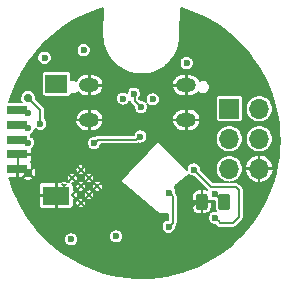
<source format=gbr>
G04 #@! TF.GenerationSoftware,KiCad,Pcbnew,(5.99.0-417-g8bd2765f3)*
G04 #@! TF.CreationDate,2020-07-20T21:20:45-04:00*
G04 #@! TF.ProjectId,bias,62696173-2e6b-4696-9361-645f70636258,rev?*
G04 #@! TF.SameCoordinates,Original*
G04 #@! TF.FileFunction,Copper,L4,Bot*
G04 #@! TF.FilePolarity,Positive*
%FSLAX46Y46*%
G04 Gerber Fmt 4.6, Leading zero omitted, Abs format (unit mm)*
G04 Created by KiCad (PCBNEW (5.99.0-417-g8bd2765f3)) date 2020-07-20 21:20:45*
%MOMM*%
%LPD*%
G04 APERTURE LIST*
%ADD10C,0.704800*%
%ADD11C,0.200000*%
%ADD12R,2.209800X1.600200*%
%ADD13R,1.905000X1.600200*%
%ADD14R,1.778000X0.711200*%
%ADD15O,1.700000X1.200000*%
%ADD16R,1.700000X1.700000*%
%ADD17O,1.700000X1.700000*%
%ADD18C,0.600000*%
%ADD19C,0.200000*%
G04 APERTURE END LIST*
D10*
X190359200Y-97255400D03*
X190359200Y-103605400D03*
D11*
X194822334Y-103352874D03*
X195529441Y-104059981D03*
X196236548Y-104767087D03*
X194115228Y-104059981D03*
X194822334Y-104767087D03*
X195529441Y-105474194D03*
X193408121Y-104767087D03*
X194115228Y-105474194D03*
X194822334Y-106181301D03*
D12*
X192760600Y-105562400D03*
D13*
X192760600Y-96062800D03*
D14*
X189458600Y-98312600D03*
X189458600Y-99562600D03*
X189458600Y-100812600D03*
X189458600Y-102062600D03*
X189458600Y-103312600D03*
D15*
X195559240Y-96202680D03*
X203759239Y-96202680D03*
X195559240Y-99142680D03*
X203759239Y-99142680D03*
G04 #@! TA.AperFunction,SMDPad,CuDef*
G36*
X207293929Y-105388954D02*
G01*
X207373007Y-105441793D01*
X207425846Y-105520871D01*
X207444400Y-105614150D01*
X207444400Y-106526650D01*
X207425846Y-106619929D01*
X207373007Y-106699007D01*
X207293929Y-106751846D01*
X207200650Y-106770400D01*
X206713150Y-106770400D01*
X206619871Y-106751846D01*
X206540793Y-106699007D01*
X206487954Y-106619929D01*
X206469400Y-106526650D01*
X206469400Y-105614150D01*
X206487954Y-105520871D01*
X206540793Y-105441793D01*
X206619871Y-105388954D01*
X206713150Y-105370400D01*
X207200650Y-105370400D01*
X207293929Y-105388954D01*
G37*
G04 #@! TD.AperFunction*
G04 #@! TA.AperFunction,SMDPad,CuDef*
G36*
X205418929Y-105388954D02*
G01*
X205498007Y-105441793D01*
X205550846Y-105520871D01*
X205569400Y-105614150D01*
X205569400Y-106526650D01*
X205550846Y-106619929D01*
X205498007Y-106699007D01*
X205418929Y-106751846D01*
X205325650Y-106770400D01*
X204838150Y-106770400D01*
X204744871Y-106751846D01*
X204665793Y-106699007D01*
X204612954Y-106619929D01*
X204594400Y-106526650D01*
X204594400Y-105614150D01*
X204612954Y-105520871D01*
X204665793Y-105441793D01*
X204744871Y-105388954D01*
X204838150Y-105370400D01*
X205325650Y-105370400D01*
X205418929Y-105388954D01*
G37*
G04 #@! TD.AperFunction*
D16*
X207391000Y-98196400D03*
D17*
X209931000Y-98196400D03*
X207391000Y-100736400D03*
X209931000Y-100736400D03*
X207391000Y-103276400D03*
X209931000Y-103276400D03*
D18*
X191759400Y-93878400D03*
X199329040Y-96931480D03*
X199928480Y-98059240D03*
X199877680Y-100543360D03*
X195950840Y-101097080D03*
X203789280Y-94320360D03*
X200909240Y-97388360D03*
X198409240Y-97343280D03*
X206197200Y-105435400D03*
X204389200Y-103350400D03*
X204233742Y-106254173D03*
X205509200Y-108420400D03*
X194005200Y-109245400D03*
X197815200Y-108991400D03*
X191409200Y-99470400D03*
X202272406Y-108195168D03*
X202329200Y-105310400D03*
X195009200Y-100570400D03*
X204240000Y-90670000D03*
X208229200Y-96260400D03*
X199789200Y-106370400D03*
X192389200Y-99500400D03*
X193319400Y-94348400D03*
X196347600Y-94167000D03*
X193869200Y-92490400D03*
X197889200Y-102320400D03*
X202779200Y-100800400D03*
X199466200Y-107731128D03*
X206919200Y-94670400D03*
X204264200Y-107100400D03*
X203414200Y-107100400D03*
X203414200Y-106250400D03*
X193329400Y-93458400D03*
X206189202Y-107423638D03*
X204038200Y-109880400D03*
X199720200Y-111404400D03*
X195076399Y-93228401D03*
X190359200Y-101065400D03*
X190359200Y-99795400D03*
X190365500Y-98519100D03*
D19*
X199390000Y-96901000D02*
X199390000Y-97520760D01*
X199390000Y-97520760D02*
X199928480Y-98059240D01*
X199720200Y-100543360D02*
X199466479Y-100797081D01*
X199877680Y-100543360D02*
X199720200Y-100543360D01*
X199466479Y-100797081D02*
X196250839Y-100797081D01*
X196250839Y-100797081D02*
X195950840Y-101097080D01*
X208229200Y-105054400D02*
X208229200Y-107340400D01*
X207721200Y-107848400D02*
X208229200Y-107340400D01*
X206806900Y-106273600D02*
X206806900Y-106045100D01*
X206806900Y-106045100D02*
X206197200Y-105435400D01*
X205231900Y-106273600D02*
X204253169Y-106273600D01*
X204253169Y-106273600D02*
X204233742Y-106254173D01*
X204419200Y-103350400D02*
X204389200Y-103350400D01*
X191409200Y-99470400D02*
X191409200Y-98305400D01*
X191409200Y-98305400D02*
X190359200Y-97255400D01*
X202329200Y-105310400D02*
X202629199Y-105610399D01*
X202629199Y-105610399D02*
X202629199Y-107838375D01*
X202629199Y-107838375D02*
X202272406Y-108195168D01*
X207999690Y-104824890D02*
X208229200Y-105054400D01*
X207721200Y-107848400D02*
X206581386Y-107848400D01*
X206581386Y-107815822D02*
X206189202Y-107423638D01*
X205863690Y-104824890D02*
X204389200Y-103350400D01*
X207999690Y-104824890D02*
X205863690Y-104824890D01*
X189534800Y-103301800D02*
X189534800Y-102051800D01*
G36*
X203569043Y-89756507D02*
G01*
X204202282Y-89980353D01*
X204821584Y-90240279D01*
X205424897Y-90535423D01*
X206010205Y-90864799D01*
X206575588Y-91227323D01*
X207119182Y-91621806D01*
X207639143Y-92046907D01*
X208133781Y-92501242D01*
X208601452Y-92983304D01*
X209040605Y-93491498D01*
X209449744Y-94024085D01*
X209827579Y-94579387D01*
X210172798Y-95155480D01*
X210484311Y-95750542D01*
X210761026Y-96362490D01*
X211002066Y-96989381D01*
X211206621Y-97629109D01*
X211374017Y-98279569D01*
X211503678Y-98938520D01*
X211595205Y-99603934D01*
X211648271Y-100273442D01*
X211662709Y-100944927D01*
X211638471Y-101616121D01*
X211575637Y-102284805D01*
X211474416Y-102948759D01*
X211335137Y-103605808D01*
X211158274Y-104253722D01*
X210944405Y-104890393D01*
X210694235Y-105513712D01*
X210408621Y-106121550D01*
X210088457Y-106712000D01*
X209734862Y-107282999D01*
X209348975Y-107832709D01*
X208932083Y-108359298D01*
X208485572Y-108861011D01*
X208010924Y-109336186D01*
X207509688Y-109783270D01*
X206983573Y-110200739D01*
X206434300Y-110587231D01*
X205863696Y-110941461D01*
X205273599Y-111262281D01*
X204666076Y-111548574D01*
X204043050Y-111799430D01*
X203406595Y-112014014D01*
X202758868Y-112191599D01*
X202102013Y-112331600D01*
X201438147Y-112433563D01*
X200769531Y-112497141D01*
X200098364Y-112522124D01*
X199426880Y-112508432D01*
X198757262Y-112456106D01*
X198091840Y-112365330D01*
X197432664Y-112236386D01*
X196782067Y-112069727D01*
X196142100Y-111865879D01*
X195514946Y-111625538D01*
X194902677Y-111349497D01*
X194307281Y-111038652D01*
X193730799Y-110694070D01*
X193175095Y-110316864D01*
X192642009Y-109908284D01*
X192133365Y-109469728D01*
X191792508Y-109139780D01*
X193406200Y-109139780D01*
X193406200Y-109351020D01*
X193478449Y-109549519D01*
X193614230Y-109711339D01*
X193797170Y-109816959D01*
X194005200Y-109853640D01*
X194213230Y-109816959D01*
X194396170Y-109711339D01*
X194531951Y-109549519D01*
X194604200Y-109351020D01*
X194604200Y-109139780D01*
X194531951Y-108941281D01*
X194485381Y-108885780D01*
X197216200Y-108885780D01*
X197216200Y-109097020D01*
X197288449Y-109295519D01*
X197424230Y-109457339D01*
X197607170Y-109562959D01*
X197815200Y-109599640D01*
X198023230Y-109562959D01*
X198206170Y-109457339D01*
X198341951Y-109295519D01*
X198414200Y-109097020D01*
X198414200Y-108885780D01*
X198341951Y-108687281D01*
X198206170Y-108525461D01*
X198023230Y-108419841D01*
X197815200Y-108383160D01*
X197607170Y-108419841D01*
X197424230Y-108525461D01*
X197288449Y-108687281D01*
X197216200Y-108885780D01*
X194485381Y-108885780D01*
X194396170Y-108779461D01*
X194213230Y-108673841D01*
X194005200Y-108637160D01*
X193797170Y-108673841D01*
X193614230Y-108779461D01*
X193478449Y-108941281D01*
X193406200Y-109139780D01*
X191792508Y-109139780D01*
X191650774Y-109002583D01*
X191195897Y-108508462D01*
X190770205Y-107988955D01*
X190375134Y-107445823D01*
X190011973Y-106880834D01*
X189681940Y-106295880D01*
X189386132Y-105692910D01*
X189342132Y-105588400D01*
X191301802Y-105588400D01*
X191301802Y-106372251D01*
X191326949Y-106498673D01*
X191404085Y-106614115D01*
X191519527Y-106691251D01*
X191645949Y-106716398D01*
X192734600Y-106716398D01*
X192734600Y-105588400D01*
X191301802Y-105588400D01*
X189342132Y-105588400D01*
X189125510Y-105073876D01*
X189011521Y-104752549D01*
X191301802Y-104752549D01*
X191301802Y-105536400D01*
X192734600Y-105536400D01*
X192734600Y-104408402D01*
X192786600Y-104408402D01*
X192786600Y-106716398D01*
X193875251Y-106716398D01*
X194001673Y-106691251D01*
X194117115Y-106614115D01*
X194179300Y-106521048D01*
X194484001Y-106521048D01*
X194705286Y-106621196D01*
X194854087Y-106635394D01*
X194999462Y-106600626D01*
X195146877Y-106507258D01*
X194822334Y-106182715D01*
X194484001Y-106521048D01*
X194179300Y-106521048D01*
X194194251Y-106498673D01*
X194219398Y-106372251D01*
X194219398Y-106177328D01*
X194367151Y-106177328D01*
X194390405Y-106324985D01*
X194489562Y-106512659D01*
X194820920Y-106181301D01*
X194823748Y-106181301D01*
X195173468Y-106531022D01*
X195270193Y-106263097D01*
X195271551Y-106107334D01*
X195223129Y-105965497D01*
X195143020Y-105862029D01*
X194823748Y-106181301D01*
X194820920Y-106181301D01*
X194491279Y-105851659D01*
X194392978Y-106030101D01*
X194367151Y-106177328D01*
X194219398Y-106177328D01*
X194219398Y-105910967D01*
X194292356Y-105893519D01*
X194378009Y-105839269D01*
X194481716Y-105839269D01*
X194822334Y-106179887D01*
X195145665Y-105856556D01*
X195080917Y-105813941D01*
X195191108Y-105813941D01*
X195412393Y-105914089D01*
X195561194Y-105928287D01*
X195706569Y-105893519D01*
X195853984Y-105800151D01*
X195529441Y-105475608D01*
X195191108Y-105813941D01*
X195080917Y-105813941D01*
X195006756Y-105765132D01*
X194862007Y-105727832D01*
X194712982Y-105739430D01*
X194481716Y-105839269D01*
X194378009Y-105839269D01*
X194439771Y-105800151D01*
X194113815Y-105474194D01*
X194116642Y-105474194D01*
X194466362Y-105823915D01*
X194563087Y-105555990D01*
X194563834Y-105470221D01*
X195074258Y-105470221D01*
X195097512Y-105617878D01*
X195196669Y-105805552D01*
X195528027Y-105474194D01*
X195530855Y-105474194D01*
X195880575Y-105823915D01*
X195977300Y-105555990D01*
X195978658Y-105400227D01*
X195930236Y-105258390D01*
X195850127Y-105154922D01*
X195530855Y-105474194D01*
X195528027Y-105474194D01*
X195198386Y-105144552D01*
X195100085Y-105322994D01*
X195074258Y-105470221D01*
X194563834Y-105470221D01*
X194564445Y-105400227D01*
X194516023Y-105258390D01*
X194435914Y-105154922D01*
X194116642Y-105474194D01*
X194113815Y-105474194D01*
X194438559Y-105149449D01*
X194373811Y-105106834D01*
X194484001Y-105106834D01*
X194705286Y-105206982D01*
X194854087Y-105221180D01*
X194999462Y-105186412D01*
X195085115Y-105132162D01*
X195188823Y-105132162D01*
X195529441Y-105472780D01*
X195852772Y-105149449D01*
X195788024Y-105106834D01*
X195898215Y-105106834D01*
X196119500Y-105206982D01*
X196268301Y-105221180D01*
X196413676Y-105186412D01*
X196561091Y-105093044D01*
X196236548Y-104768501D01*
X195898215Y-105106834D01*
X195788024Y-105106834D01*
X195713863Y-105058025D01*
X195569114Y-105020725D01*
X195420089Y-105032323D01*
X195188823Y-105132162D01*
X195085115Y-105132162D01*
X195146877Y-105093044D01*
X194822334Y-104768501D01*
X194484001Y-105106834D01*
X194373811Y-105106834D01*
X194299650Y-105058025D01*
X194219398Y-105037345D01*
X194219398Y-104763114D01*
X194367151Y-104763114D01*
X194390405Y-104910771D01*
X194489562Y-105098445D01*
X194820920Y-104767087D01*
X194823748Y-104767087D01*
X195173468Y-105116808D01*
X195270193Y-104848883D01*
X195270940Y-104763114D01*
X195781365Y-104763114D01*
X195804619Y-104910771D01*
X195903776Y-105098445D01*
X196235134Y-104767087D01*
X196237962Y-104767087D01*
X196587682Y-105116808D01*
X196684407Y-104848883D01*
X196685765Y-104693120D01*
X196637343Y-104551283D01*
X196557234Y-104447815D01*
X196237962Y-104767087D01*
X196235134Y-104767087D01*
X195905493Y-104437445D01*
X195807192Y-104615887D01*
X195781365Y-104763114D01*
X195270940Y-104763114D01*
X195271551Y-104693120D01*
X195223129Y-104551283D01*
X195143020Y-104447815D01*
X194823748Y-104767087D01*
X194820920Y-104767087D01*
X194491279Y-104437445D01*
X194392978Y-104615887D01*
X194367151Y-104763114D01*
X194219398Y-104763114D01*
X194219398Y-104752549D01*
X194194251Y-104626127D01*
X194117500Y-104511261D01*
X194146981Y-104514074D01*
X194292356Y-104479306D01*
X194378010Y-104425055D01*
X194481716Y-104425055D01*
X194822334Y-104765673D01*
X195145665Y-104442342D01*
X195080918Y-104399728D01*
X195191108Y-104399728D01*
X195412393Y-104499876D01*
X195561194Y-104514074D01*
X195706569Y-104479306D01*
X195792223Y-104425055D01*
X195895930Y-104425055D01*
X196236548Y-104765673D01*
X196559879Y-104442342D01*
X196420970Y-104350918D01*
X196276221Y-104313618D01*
X196127196Y-104325216D01*
X195895930Y-104425055D01*
X195792223Y-104425055D01*
X195853984Y-104385938D01*
X195529441Y-104061395D01*
X195191108Y-104399728D01*
X195080918Y-104399728D01*
X195006756Y-104350918D01*
X194862007Y-104313618D01*
X194712982Y-104325216D01*
X194481716Y-104425055D01*
X194378010Y-104425055D01*
X194439771Y-104385938D01*
X194115228Y-104061395D01*
X193776895Y-104399728D01*
X193796061Y-104408402D01*
X193679884Y-104408402D01*
X193592543Y-104350918D01*
X193447794Y-104313618D01*
X193298769Y-104325216D01*
X193106078Y-104408402D01*
X192786600Y-104408402D01*
X192734600Y-104408402D01*
X191645949Y-104408402D01*
X191519527Y-104433549D01*
X191404085Y-104510685D01*
X191326949Y-104626127D01*
X191301802Y-104752549D01*
X189011521Y-104752549D01*
X188900970Y-104440914D01*
X188811130Y-104132319D01*
X189869051Y-104132319D01*
X190088469Y-104259000D01*
X190266859Y-104306800D01*
X190451541Y-104306800D01*
X190629931Y-104259000D01*
X190849349Y-104132319D01*
X190359200Y-103642170D01*
X189869051Y-104132319D01*
X188811130Y-104132319D01*
X188779041Y-104022098D01*
X189432600Y-104022098D01*
X189432600Y-103286600D01*
X189484600Y-103286600D01*
X189484600Y-104022098D01*
X189789874Y-104022098D01*
X189832280Y-104095550D01*
X190322430Y-103605400D01*
X190395970Y-103605400D01*
X190886119Y-104095549D01*
X190908947Y-104056008D01*
X193660045Y-104056008D01*
X193683299Y-104203665D01*
X193782456Y-104391339D01*
X194113814Y-104059981D01*
X194116642Y-104059981D01*
X194466362Y-104409702D01*
X194563087Y-104141777D01*
X194563834Y-104056008D01*
X195074258Y-104056008D01*
X195097512Y-104203665D01*
X195196669Y-104391339D01*
X195528027Y-104059981D01*
X195530855Y-104059981D01*
X195880575Y-104409702D01*
X195920826Y-104298208D01*
X198127665Y-104298208D01*
X201449640Y-107114974D01*
X202230200Y-107113390D01*
X202230200Y-107594370D01*
X202064376Y-107623609D01*
X201881436Y-107729229D01*
X201745655Y-107891049D01*
X201673406Y-108089548D01*
X201673406Y-108300788D01*
X201745655Y-108499287D01*
X201881436Y-108661107D01*
X202064376Y-108766727D01*
X202272406Y-108803408D01*
X202480436Y-108766727D01*
X202663376Y-108661107D01*
X202799157Y-108499287D01*
X202871406Y-108300788D01*
X202871406Y-108164695D01*
X202883968Y-108158663D01*
X202927034Y-108104812D01*
X202943132Y-108088714D01*
X202954966Y-108069885D01*
X202997691Y-108016460D01*
X203002934Y-107993565D01*
X203015456Y-107973643D01*
X203023214Y-107905019D01*
X203028199Y-107883254D01*
X203028199Y-107860927D01*
X203035906Y-107792756D01*
X203028199Y-107770686D01*
X203028199Y-106096400D01*
X204241543Y-106096400D01*
X204241543Y-106535923D01*
X204317767Y-106820397D01*
X204455020Y-106983967D01*
X204636049Y-107088486D01*
X204833249Y-107123257D01*
X205055900Y-107123257D01*
X205055900Y-106096400D01*
X205107900Y-106096400D01*
X205107900Y-107123257D01*
X205334923Y-107123257D01*
X205619397Y-107047033D01*
X205782967Y-106909780D01*
X205887486Y-106728751D01*
X205922257Y-106531551D01*
X205922257Y-106096400D01*
X205107900Y-106096400D01*
X205055900Y-106096400D01*
X204241543Y-106096400D01*
X203028199Y-106096400D01*
X203028199Y-105678445D01*
X203035825Y-105656728D01*
X203030543Y-105609249D01*
X204241543Y-105609249D01*
X204241543Y-106044400D01*
X205055900Y-106044400D01*
X205055900Y-105017543D01*
X204828876Y-105017543D01*
X204544404Y-105093767D01*
X204380833Y-105231020D01*
X204276314Y-105412049D01*
X204241543Y-105609249D01*
X203030543Y-105609249D01*
X203028199Y-105588191D01*
X203028199Y-105565429D01*
X203023253Y-105543750D01*
X203015688Y-105475762D01*
X203003206Y-105455866D01*
X202997972Y-105432920D01*
X202954930Y-105378907D01*
X202943068Y-105359997D01*
X202928200Y-105345128D01*
X202928200Y-105204780D01*
X202855951Y-105006280D01*
X202775685Y-104910621D01*
X202793445Y-104717481D01*
X204026525Y-103832675D01*
X204181170Y-103921959D01*
X204389200Y-103958640D01*
X204426578Y-103952049D01*
X205526647Y-105052119D01*
X205330551Y-105017543D01*
X205107900Y-105017543D01*
X205107900Y-106044400D01*
X205922257Y-106044400D01*
X205922257Y-105968327D01*
X205989170Y-106006959D01*
X206166936Y-106038304D01*
X206166936Y-106533913D01*
X206221674Y-106766645D01*
X206269134Y-106829492D01*
X206189202Y-106815398D01*
X205981172Y-106852079D01*
X205798232Y-106957699D01*
X205662451Y-107119519D01*
X205590202Y-107318018D01*
X205590202Y-107529258D01*
X205662451Y-107727757D01*
X205798232Y-107889577D01*
X205981172Y-107995197D01*
X206189202Y-108031878D01*
X206223924Y-108025756D01*
X206261098Y-108103169D01*
X206403300Y-108216892D01*
X206536508Y-108247400D01*
X207653154Y-108247400D01*
X207674871Y-108255026D01*
X207743404Y-108247400D01*
X207766169Y-108247400D01*
X207787857Y-108242453D01*
X207855835Y-108234888D01*
X207875732Y-108222407D01*
X207898679Y-108217172D01*
X207952698Y-108174126D01*
X207971601Y-108162269D01*
X207987381Y-108146489D01*
X208041045Y-108103727D01*
X208051203Y-108082668D01*
X208463218Y-107670653D01*
X208483969Y-107660688D01*
X208527035Y-107606837D01*
X208543133Y-107590739D01*
X208554967Y-107571910D01*
X208597692Y-107518485D01*
X208602935Y-107495590D01*
X208615457Y-107475668D01*
X208623215Y-107407044D01*
X208628200Y-107385279D01*
X208628200Y-107362952D01*
X208635907Y-107294781D01*
X208628200Y-107272711D01*
X208628200Y-105122446D01*
X208635826Y-105100729D01*
X208628200Y-105032196D01*
X208628200Y-105009430D01*
X208623254Y-104987748D01*
X208615688Y-104919762D01*
X208603207Y-104899866D01*
X208597974Y-104876923D01*
X208554931Y-104822908D01*
X208543068Y-104803997D01*
X208527281Y-104788210D01*
X208484527Y-104734556D01*
X208463472Y-104724400D01*
X208329942Y-104590870D01*
X208319977Y-104570120D01*
X208266121Y-104527050D01*
X208250026Y-104510956D01*
X208231204Y-104499127D01*
X208177777Y-104456399D01*
X208154878Y-104451154D01*
X208134954Y-104438632D01*
X208066331Y-104430875D01*
X208044568Y-104425890D01*
X208022241Y-104425890D01*
X207954070Y-104418183D01*
X207932000Y-104425890D01*
X207489003Y-104425890D01*
X207701483Y-104388424D01*
X207911563Y-104306939D01*
X208101815Y-104186201D01*
X208264992Y-104030810D01*
X208394880Y-103846683D01*
X208486529Y-103640834D01*
X208536605Y-103420424D01*
X208538252Y-103302400D01*
X208729330Y-103302400D01*
X208747490Y-103500026D01*
X208811128Y-103719789D01*
X208915175Y-103923552D01*
X209055875Y-104103965D01*
X209228152Y-104254516D01*
X209425790Y-104369775D01*
X209641657Y-104445582D01*
X209905000Y-104484703D01*
X209905000Y-103302400D01*
X209957000Y-103302400D01*
X209957000Y-104475393D01*
X210096546Y-104469422D01*
X210319154Y-104416594D01*
X210527756Y-104322625D01*
X210714826Y-104190906D01*
X210873614Y-104026190D01*
X210998391Y-103834419D01*
X211084652Y-103622512D01*
X211148326Y-103302400D01*
X209957000Y-103302400D01*
X209905000Y-103302400D01*
X208729330Y-103302400D01*
X208538252Y-103302400D01*
X208538979Y-103250400D01*
X208728711Y-103250400D01*
X209905000Y-103250400D01*
X209957000Y-103250400D01*
X211146849Y-103250400D01*
X211087040Y-102938350D01*
X211002260Y-102725847D01*
X210878826Y-102533210D01*
X210721192Y-102367389D01*
X210535046Y-102234366D01*
X210327105Y-102138943D01*
X210104870Y-102084563D01*
X209957000Y-102077203D01*
X209957000Y-103250400D01*
X209905000Y-103250400D01*
X209905000Y-102069137D01*
X209649826Y-102105226D01*
X209433435Y-102179525D01*
X209234998Y-102293402D01*
X209061674Y-102442747D01*
X208919718Y-102622173D01*
X208814251Y-102825205D01*
X208749080Y-103044517D01*
X208728711Y-103250400D01*
X208538979Y-103250400D01*
X208540181Y-103164420D01*
X208496278Y-102942696D01*
X208410411Y-102734369D01*
X208285715Y-102546688D01*
X208126941Y-102386801D01*
X207940135Y-102260797D01*
X207732411Y-102173479D01*
X207511684Y-102128170D01*
X207286359Y-102126597D01*
X207065021Y-102168820D01*
X206856100Y-102253229D01*
X206667552Y-102376612D01*
X206506560Y-102534267D01*
X206379256Y-102720189D01*
X206290490Y-102927298D01*
X206243640Y-103147702D01*
X206240494Y-103373011D01*
X206281171Y-103594638D01*
X206364121Y-103804145D01*
X206486183Y-103993550D01*
X206642710Y-104155638D01*
X206827739Y-104284237D01*
X207034223Y-104374447D01*
X207254296Y-104422833D01*
X207400235Y-104425890D01*
X206028962Y-104425890D01*
X204988200Y-103385129D01*
X204988200Y-103244780D01*
X204915951Y-103046281D01*
X204780170Y-102884461D01*
X204597230Y-102778841D01*
X204389200Y-102742160D01*
X204181170Y-102778841D01*
X203998230Y-102884461D01*
X203862449Y-103046281D01*
X203790200Y-103244780D01*
X203790200Y-103359074D01*
X201388323Y-100911361D01*
X198127665Y-104298208D01*
X195920826Y-104298208D01*
X195977300Y-104141777D01*
X195978658Y-103986014D01*
X195930236Y-103844177D01*
X195850127Y-103740709D01*
X195530855Y-104059981D01*
X195528027Y-104059981D01*
X195198386Y-103730339D01*
X195100085Y-103908781D01*
X195074258Y-104056008D01*
X194563834Y-104056008D01*
X194564445Y-103986014D01*
X194516023Y-103844177D01*
X194435914Y-103740709D01*
X194116642Y-104059981D01*
X194113814Y-104059981D01*
X193784173Y-103730339D01*
X193685872Y-103908781D01*
X193660045Y-104056008D01*
X190908947Y-104056008D01*
X191012800Y-103876131D01*
X191055185Y-103717949D01*
X193774610Y-103717949D01*
X194115228Y-104058567D01*
X194438559Y-103735236D01*
X194373811Y-103692621D01*
X194484001Y-103692621D01*
X194705286Y-103792769D01*
X194854087Y-103806967D01*
X194999462Y-103772199D01*
X195085115Y-103717949D01*
X195188823Y-103717949D01*
X195529441Y-104058567D01*
X195852772Y-103735236D01*
X195713863Y-103643812D01*
X195569114Y-103606512D01*
X195420089Y-103618110D01*
X195188823Y-103717949D01*
X195085115Y-103717949D01*
X195146877Y-103678831D01*
X194822334Y-103354288D01*
X194484001Y-103692621D01*
X194373811Y-103692621D01*
X194299650Y-103643812D01*
X194154901Y-103606512D01*
X194005876Y-103618110D01*
X193774610Y-103717949D01*
X191055185Y-103717949D01*
X191060600Y-103697741D01*
X191060600Y-103513059D01*
X191016614Y-103348901D01*
X194367151Y-103348901D01*
X194390405Y-103496558D01*
X194489562Y-103684232D01*
X194820920Y-103352874D01*
X194823748Y-103352874D01*
X195173468Y-103702595D01*
X195270193Y-103434670D01*
X195271551Y-103278907D01*
X195223129Y-103137070D01*
X195143020Y-103033602D01*
X194823748Y-103352874D01*
X194820920Y-103352874D01*
X194491279Y-103023232D01*
X194392978Y-103201674D01*
X194367151Y-103348901D01*
X191016614Y-103348901D01*
X191012800Y-103334669D01*
X190886119Y-103115251D01*
X190395970Y-103605400D01*
X190322430Y-103605400D01*
X190849349Y-103078481D01*
X190732196Y-103010842D01*
X194481716Y-103010842D01*
X194822334Y-103351460D01*
X195145665Y-103028129D01*
X195006756Y-102936705D01*
X194862007Y-102899405D01*
X194712982Y-102911003D01*
X194481716Y-103010842D01*
X190732196Y-103010842D01*
X190701498Y-102993119D01*
X190701498Y-102947249D01*
X190676351Y-102820827D01*
X190599215Y-102705385D01*
X190572598Y-102687600D01*
X190599215Y-102669815D01*
X190676351Y-102554373D01*
X190701498Y-102427951D01*
X190701498Y-102088600D01*
X189432600Y-102088600D01*
X189432600Y-102036600D01*
X190701498Y-102036600D01*
X190701498Y-101697249D01*
X190676910Y-101573636D01*
X190750170Y-101531339D01*
X190885951Y-101369519D01*
X190958200Y-101171020D01*
X190958200Y-100991460D01*
X195351840Y-100991460D01*
X195351840Y-101202700D01*
X195424089Y-101401199D01*
X195559870Y-101563019D01*
X195742810Y-101668639D01*
X195950840Y-101705320D01*
X196158870Y-101668639D01*
X196341810Y-101563019D01*
X196477591Y-101401199D01*
X196549840Y-101202700D01*
X196549840Y-101196081D01*
X199398433Y-101196081D01*
X199420150Y-101203707D01*
X199488683Y-101196081D01*
X199511448Y-101196081D01*
X199533136Y-101191134D01*
X199601114Y-101183569D01*
X199621011Y-101171088D01*
X199643958Y-101165853D01*
X199697977Y-101122807D01*
X199701578Y-101120549D01*
X199877680Y-101151600D01*
X200085710Y-101114919D01*
X200268650Y-101009299D01*
X200404431Y-100847479D01*
X200409697Y-100833011D01*
X206240494Y-100833011D01*
X206281171Y-101054638D01*
X206364121Y-101264145D01*
X206486183Y-101453550D01*
X206642710Y-101615638D01*
X206827739Y-101744237D01*
X207034223Y-101834447D01*
X207254296Y-101882833D01*
X207479577Y-101887552D01*
X207701483Y-101848424D01*
X207911563Y-101766939D01*
X208101815Y-101646201D01*
X208264992Y-101490810D01*
X208394880Y-101306683D01*
X208486529Y-101100834D01*
X208536605Y-100880424D01*
X208537267Y-100833011D01*
X208780494Y-100833011D01*
X208821171Y-101054638D01*
X208904121Y-101264145D01*
X209026183Y-101453550D01*
X209182710Y-101615638D01*
X209367739Y-101744237D01*
X209574223Y-101834447D01*
X209794296Y-101882833D01*
X210019577Y-101887552D01*
X210241483Y-101848424D01*
X210451563Y-101766939D01*
X210641815Y-101646201D01*
X210804992Y-101490810D01*
X210934880Y-101306683D01*
X211026529Y-101100834D01*
X211076605Y-100880424D01*
X211080181Y-100624420D01*
X211036278Y-100402696D01*
X210950411Y-100194369D01*
X210825715Y-100006688D01*
X210666941Y-99846801D01*
X210480135Y-99720797D01*
X210272411Y-99633479D01*
X210051684Y-99588170D01*
X209826359Y-99586597D01*
X209605021Y-99628820D01*
X209396100Y-99713229D01*
X209207552Y-99836612D01*
X209046560Y-99994267D01*
X208919256Y-100180189D01*
X208830490Y-100387298D01*
X208783640Y-100607702D01*
X208780494Y-100833011D01*
X208537267Y-100833011D01*
X208540181Y-100624420D01*
X208496278Y-100402696D01*
X208410411Y-100194369D01*
X208285715Y-100006688D01*
X208126941Y-99846801D01*
X207940135Y-99720797D01*
X207732411Y-99633479D01*
X207511684Y-99588170D01*
X207286359Y-99586597D01*
X207065021Y-99628820D01*
X206856100Y-99713229D01*
X206667552Y-99836612D01*
X206506560Y-99994267D01*
X206379256Y-100180189D01*
X206290490Y-100387298D01*
X206243640Y-100607702D01*
X206240494Y-100833011D01*
X200409697Y-100833011D01*
X200476680Y-100648980D01*
X200476680Y-100437740D01*
X200404431Y-100239241D01*
X200268650Y-100077421D01*
X200085710Y-99971801D01*
X199877680Y-99935120D01*
X199669650Y-99971801D01*
X199486710Y-100077421D01*
X199350929Y-100239241D01*
X199293115Y-100398081D01*
X196318885Y-100398081D01*
X196297168Y-100390455D01*
X196228631Y-100398081D01*
X196205869Y-100398081D01*
X196184190Y-100403027D01*
X196116202Y-100410592D01*
X196096305Y-100423074D01*
X196073361Y-100428308D01*
X196019344Y-100471352D01*
X196000437Y-100483212D01*
X195988218Y-100495431D01*
X195950840Y-100488840D01*
X195742810Y-100525521D01*
X195559870Y-100631141D01*
X195424089Y-100792961D01*
X195351840Y-100991460D01*
X190958200Y-100991460D01*
X190958200Y-100959780D01*
X190885951Y-100761281D01*
X190750170Y-100599461D01*
X190650518Y-100541927D01*
X190650518Y-100447250D01*
X190629252Y-100340336D01*
X190624823Y-100333708D01*
X190750170Y-100261339D01*
X190885951Y-100099519D01*
X190958200Y-99901020D01*
X190958200Y-99864797D01*
X191018230Y-99936339D01*
X191201170Y-100041959D01*
X191409200Y-100078640D01*
X191617230Y-100041959D01*
X191800170Y-99936339D01*
X191935951Y-99774519D01*
X192008200Y-99576020D01*
X192008200Y-99364780D01*
X191936825Y-99168680D01*
X194360291Y-99168680D01*
X194366925Y-99295301D01*
X194421681Y-99494090D01*
X194517845Y-99676483D01*
X194650933Y-99833971D01*
X194814735Y-99959206D01*
X195004151Y-100047532D01*
X195270826Y-100091680D01*
X195533240Y-100091680D01*
X195533240Y-99168680D01*
X195585240Y-99168680D01*
X195585240Y-100091680D01*
X195860739Y-100091680D01*
X196014225Y-100075006D01*
X196209647Y-100009240D01*
X196386387Y-99903043D01*
X196536200Y-99761371D01*
X196652097Y-99590835D01*
X196728670Y-99399390D01*
X196766864Y-99168680D01*
X202560290Y-99168680D01*
X202566924Y-99295301D01*
X202621680Y-99494090D01*
X202717844Y-99676483D01*
X202850932Y-99833971D01*
X203014734Y-99959206D01*
X203204150Y-100047532D01*
X203470825Y-100091680D01*
X203733239Y-100091680D01*
X203733239Y-99168680D01*
X203785239Y-99168680D01*
X203785239Y-100091680D01*
X204060738Y-100091680D01*
X204214224Y-100075006D01*
X204409646Y-100009240D01*
X204586386Y-99903043D01*
X204736199Y-99761371D01*
X204852096Y-99590835D01*
X204928669Y-99399390D01*
X204966863Y-99168680D01*
X203785239Y-99168680D01*
X203733239Y-99168680D01*
X202560290Y-99168680D01*
X196766864Y-99168680D01*
X195585240Y-99168680D01*
X195533240Y-99168680D01*
X194360291Y-99168680D01*
X191936825Y-99168680D01*
X191935951Y-99166281D01*
X191894332Y-99116680D01*
X194351616Y-99116680D01*
X195533240Y-99116680D01*
X195533240Y-98193680D01*
X195585240Y-98193680D01*
X195585240Y-99116680D01*
X196758189Y-99116680D01*
X202551615Y-99116680D01*
X203733239Y-99116680D01*
X203733239Y-98193680D01*
X203785239Y-98193680D01*
X203785239Y-99116680D01*
X204958188Y-99116680D01*
X204951554Y-98990059D01*
X204896798Y-98791270D01*
X204800634Y-98608877D01*
X204667546Y-98451389D01*
X204503744Y-98326154D01*
X204314328Y-98237828D01*
X204047653Y-98193680D01*
X203785239Y-98193680D01*
X203733239Y-98193680D01*
X203457740Y-98193680D01*
X203304254Y-98210354D01*
X203108832Y-98276120D01*
X202932092Y-98382317D01*
X202782279Y-98523989D01*
X202666382Y-98694525D01*
X202589809Y-98885970D01*
X202551615Y-99116680D01*
X196758189Y-99116680D01*
X196751555Y-98990059D01*
X196696799Y-98791270D01*
X196600635Y-98608877D01*
X196467547Y-98451389D01*
X196303745Y-98326154D01*
X196114329Y-98237828D01*
X195847654Y-98193680D01*
X195585240Y-98193680D01*
X195533240Y-98193680D01*
X195257741Y-98193680D01*
X195104255Y-98210354D01*
X194908833Y-98276120D01*
X194732093Y-98382317D01*
X194582280Y-98523989D01*
X194466383Y-98694525D01*
X194389810Y-98885970D01*
X194351616Y-99116680D01*
X191894332Y-99116680D01*
X191808200Y-99014030D01*
X191808200Y-98373446D01*
X191815826Y-98351729D01*
X191808200Y-98283196D01*
X191808200Y-98260430D01*
X191803254Y-98238748D01*
X191795688Y-98170762D01*
X191783207Y-98150866D01*
X191777974Y-98127923D01*
X191734928Y-98073904D01*
X191723070Y-98054998D01*
X191707285Y-98039213D01*
X191664528Y-97985556D01*
X191643471Y-97975399D01*
X191008952Y-97340880D01*
X191010032Y-97237660D01*
X197810240Y-97237660D01*
X197810240Y-97448900D01*
X197882489Y-97647399D01*
X198018270Y-97809219D01*
X198201210Y-97914839D01*
X198409240Y-97951520D01*
X198617270Y-97914839D01*
X198800210Y-97809219D01*
X198935991Y-97647399D01*
X198987020Y-97507199D01*
X198991001Y-97542973D01*
X198991001Y-97565730D01*
X198995946Y-97587409D01*
X199003512Y-97655397D01*
X199015993Y-97675293D01*
X199021227Y-97698238D01*
X199064271Y-97752255D01*
X199076131Y-97771161D01*
X199091916Y-97786946D01*
X199134672Y-97840603D01*
X199155730Y-97850761D01*
X199329480Y-98024510D01*
X199329480Y-98164860D01*
X199401729Y-98363359D01*
X199537510Y-98525179D01*
X199720450Y-98630799D01*
X199928480Y-98667480D01*
X200136510Y-98630799D01*
X200319450Y-98525179D01*
X200455231Y-98363359D01*
X200527480Y-98164860D01*
X200527480Y-97953620D01*
X200470691Y-97797595D01*
X200518270Y-97854299D01*
X200701210Y-97959919D01*
X200909240Y-97996600D01*
X201117270Y-97959919D01*
X201300210Y-97854299D01*
X201435991Y-97692479D01*
X201508240Y-97493980D01*
X201508240Y-97336650D01*
X206238082Y-97336650D01*
X206238082Y-99056150D01*
X206259348Y-99163064D01*
X206325433Y-99261967D01*
X206424336Y-99328052D01*
X206531250Y-99349318D01*
X208250750Y-99349318D01*
X208357664Y-99328052D01*
X208456567Y-99261967D01*
X208522652Y-99163064D01*
X208543918Y-99056150D01*
X208543918Y-98293011D01*
X208780494Y-98293011D01*
X208821171Y-98514638D01*
X208904121Y-98724145D01*
X209026183Y-98913550D01*
X209182710Y-99075638D01*
X209367739Y-99204237D01*
X209574223Y-99294447D01*
X209794296Y-99342833D01*
X210019577Y-99347552D01*
X210241483Y-99308424D01*
X210451563Y-99226939D01*
X210641815Y-99106201D01*
X210804992Y-98950810D01*
X210934880Y-98766683D01*
X211026529Y-98560834D01*
X211076605Y-98340424D01*
X211080181Y-98084420D01*
X211036278Y-97862696D01*
X210950411Y-97654369D01*
X210825715Y-97466688D01*
X210666941Y-97306801D01*
X210480135Y-97180797D01*
X210272411Y-97093479D01*
X210051684Y-97048170D01*
X209826359Y-97046597D01*
X209605021Y-97088820D01*
X209396100Y-97173229D01*
X209207552Y-97296612D01*
X209046560Y-97454267D01*
X208919256Y-97640189D01*
X208830490Y-97847298D01*
X208783640Y-98067702D01*
X208780494Y-98293011D01*
X208543918Y-98293011D01*
X208543918Y-97336650D01*
X208522652Y-97229736D01*
X208456567Y-97130833D01*
X208357664Y-97064748D01*
X208250750Y-97043482D01*
X206531250Y-97043482D01*
X206424336Y-97064748D01*
X206325433Y-97130833D01*
X206259348Y-97229736D01*
X206238082Y-97336650D01*
X201508240Y-97336650D01*
X201508240Y-97282740D01*
X201435991Y-97084241D01*
X201300210Y-96922421D01*
X201117270Y-96816801D01*
X200909240Y-96780120D01*
X200701210Y-96816801D01*
X200518270Y-96922421D01*
X200382489Y-97084241D01*
X200310240Y-97282740D01*
X200310240Y-97493980D01*
X200367029Y-97650005D01*
X200319450Y-97593301D01*
X200136510Y-97487681D01*
X199928480Y-97451000D01*
X199891102Y-97457591D01*
X199789000Y-97355489D01*
X199789000Y-97315199D01*
X199855791Y-97235600D01*
X199928040Y-97037100D01*
X199928040Y-96825860D01*
X199855791Y-96627361D01*
X199720010Y-96465541D01*
X199537070Y-96359921D01*
X199329040Y-96323240D01*
X199121010Y-96359921D01*
X198938070Y-96465541D01*
X198802289Y-96627361D01*
X198730040Y-96825860D01*
X198730040Y-96836829D01*
X198617270Y-96771721D01*
X198409240Y-96735040D01*
X198201210Y-96771721D01*
X198018270Y-96877341D01*
X197882489Y-97039161D01*
X197810240Y-97237660D01*
X191010032Y-97237660D01*
X191010776Y-97166674D01*
X190962640Y-96994268D01*
X190870187Y-96841610D01*
X190740087Y-96719439D01*
X190581926Y-96636754D01*
X190407355Y-96599648D01*
X190229237Y-96610855D01*
X190060693Y-96669548D01*
X189914142Y-96771403D01*
X189800381Y-96908917D01*
X189727790Y-97071959D01*
X189701719Y-97248515D01*
X189724087Y-97425578D01*
X189793247Y-97590104D01*
X189843956Y-97654082D01*
X188790611Y-97654082D01*
X188934971Y-97174979D01*
X189165435Y-96544122D01*
X189431832Y-95927573D01*
X189733274Y-95327390D01*
X189776196Y-95252950D01*
X191505182Y-95252950D01*
X191505182Y-96872650D01*
X191526448Y-96979564D01*
X191592533Y-97078467D01*
X191691436Y-97144552D01*
X191798350Y-97165818D01*
X193722850Y-97165818D01*
X193829764Y-97144552D01*
X193928667Y-97078467D01*
X193994752Y-96979564D01*
X193999904Y-96953662D01*
X194147623Y-96977720D01*
X194317905Y-96956660D01*
X194475430Y-96888657D01*
X194576005Y-96805306D01*
X194650933Y-96893971D01*
X194814735Y-97019206D01*
X195004151Y-97107532D01*
X195270826Y-97151680D01*
X195533240Y-97151680D01*
X195533240Y-96228680D01*
X195585240Y-96228680D01*
X195585240Y-97151680D01*
X195860739Y-97151680D01*
X196014225Y-97135006D01*
X196209647Y-97069240D01*
X196386387Y-96963043D01*
X196536200Y-96821371D01*
X196652097Y-96650835D01*
X196728670Y-96459390D01*
X196766864Y-96228680D01*
X202560290Y-96228680D01*
X202566924Y-96355301D01*
X202621680Y-96554090D01*
X202717844Y-96736483D01*
X202850932Y-96893971D01*
X203014734Y-97019206D01*
X203204150Y-97107532D01*
X203470825Y-97151680D01*
X203733239Y-97151680D01*
X203733239Y-96228680D01*
X202560290Y-96228680D01*
X196766864Y-96228680D01*
X195585240Y-96228680D01*
X195533240Y-96228680D01*
X195533240Y-95253680D01*
X195585240Y-95253680D01*
X195585240Y-96176680D01*
X196758189Y-96176680D01*
X202551615Y-96176680D01*
X203733239Y-96176680D01*
X203733239Y-95253680D01*
X203785239Y-95253680D01*
X203785239Y-97151680D01*
X204060738Y-97151680D01*
X204214224Y-97135006D01*
X204409646Y-97069240D01*
X204586386Y-96963043D01*
X204736199Y-96821372D01*
X204746087Y-96806823D01*
X204823475Y-96876138D01*
X204978275Y-96950140D01*
X205147623Y-96977720D01*
X205317905Y-96956660D01*
X205475430Y-96888657D01*
X205607539Y-96779173D01*
X205703609Y-96637010D01*
X205756105Y-96473012D01*
X205758527Y-96288007D01*
X205710342Y-96122689D01*
X205618026Y-95978062D01*
X205488829Y-95865157D01*
X205333137Y-95793053D01*
X205163465Y-95767543D01*
X204993453Y-95790681D01*
X204889349Y-95837140D01*
X204800634Y-95668877D01*
X204667546Y-95511389D01*
X204503744Y-95386154D01*
X204314328Y-95297828D01*
X204047653Y-95253680D01*
X203785239Y-95253680D01*
X203733239Y-95253680D01*
X203457740Y-95253680D01*
X203304254Y-95270354D01*
X203108832Y-95336120D01*
X202932092Y-95442317D01*
X202782279Y-95583989D01*
X202666382Y-95754525D01*
X202589809Y-95945970D01*
X202551615Y-96176680D01*
X196758189Y-96176680D01*
X196751555Y-96050059D01*
X196696799Y-95851270D01*
X196600635Y-95668877D01*
X196467547Y-95511389D01*
X196303745Y-95386154D01*
X196114329Y-95297828D01*
X195847654Y-95253680D01*
X195585240Y-95253680D01*
X195533240Y-95253680D01*
X195257741Y-95253680D01*
X195104255Y-95270354D01*
X194908833Y-95336120D01*
X194732093Y-95442317D01*
X194582280Y-95583989D01*
X194466383Y-95754525D01*
X194432557Y-95839096D01*
X194333137Y-95793053D01*
X194163465Y-95767543D01*
X194016018Y-95787610D01*
X194016018Y-95252950D01*
X193994752Y-95146036D01*
X193928667Y-95047133D01*
X193829764Y-94981048D01*
X193722850Y-94959782D01*
X191798350Y-94959782D01*
X191691436Y-94981048D01*
X191592533Y-95047133D01*
X191526448Y-95146036D01*
X191505182Y-95252950D01*
X189776196Y-95252950D01*
X190068773Y-94745543D01*
X190437190Y-94184003D01*
X190742236Y-93772780D01*
X191160400Y-93772780D01*
X191160400Y-93984020D01*
X191232649Y-94182519D01*
X191368430Y-94344339D01*
X191551370Y-94449959D01*
X191759400Y-94486640D01*
X191967430Y-94449959D01*
X192150370Y-94344339D01*
X192286151Y-94182519D01*
X192358400Y-93984020D01*
X192358400Y-93772780D01*
X192286151Y-93574281D01*
X192150370Y-93412461D01*
X191967430Y-93306841D01*
X191759400Y-93270160D01*
X191551370Y-93306841D01*
X191368430Y-93412461D01*
X191232649Y-93574281D01*
X191160400Y-93772780D01*
X190742236Y-93772780D01*
X190837341Y-93644573D01*
X191267868Y-93129086D01*
X191273782Y-93122781D01*
X194477399Y-93122781D01*
X194477399Y-93334021D01*
X194549648Y-93532520D01*
X194685429Y-93694340D01*
X194868369Y-93799960D01*
X195076399Y-93836641D01*
X195284429Y-93799960D01*
X195467369Y-93694340D01*
X195603150Y-93532520D01*
X195675399Y-93334021D01*
X195675399Y-93122781D01*
X195603150Y-92924282D01*
X195467369Y-92762462D01*
X195284429Y-92656842D01*
X195076399Y-92620161D01*
X194868369Y-92656842D01*
X194685429Y-92762462D01*
X194549648Y-92924282D01*
X194477399Y-93122781D01*
X191273782Y-93122781D01*
X191727371Y-92639221D01*
X192214298Y-92176630D01*
X192727032Y-91742846D01*
X193263916Y-91339276D01*
X193823120Y-90967294D01*
X194402809Y-90628118D01*
X195001085Y-90322862D01*
X195615911Y-90052565D01*
X196245295Y-89818102D01*
X196673802Y-89686014D01*
X196650530Y-91939905D01*
X196644922Y-91965851D01*
X196645084Y-91977406D01*
X196645968Y-92044580D01*
X196645881Y-92045175D01*
X196645994Y-92046569D01*
X196646005Y-92047381D01*
X196646088Y-92047725D01*
X196646818Y-92056705D01*
X196675552Y-92412620D01*
X196677412Y-92418532D01*
X196677221Y-92424844D01*
X196679488Y-92436243D01*
X196748929Y-92786441D01*
X196751456Y-92792101D01*
X196751995Y-92798425D01*
X196755538Y-92809407D01*
X196864786Y-93149355D01*
X196867947Y-93154687D01*
X196869198Y-93160852D01*
X196873990Y-93171406D01*
X196873989Y-93171406D01*
X197021587Y-93496547D01*
X197025341Y-93501481D01*
X197027269Y-93507392D01*
X197033228Y-93517335D01*
X197217254Y-93823415D01*
X197221548Y-93827883D01*
X197224169Y-93833590D01*
X197231245Y-93842775D01*
X197449194Y-94125629D01*
X197453974Y-94129574D01*
X197457233Y-94134941D01*
X197465318Y-94143253D01*
X197714330Y-94399176D01*
X197719533Y-94402547D01*
X197723367Y-94407478D01*
X197732346Y-94414810D01*
X198009153Y-94640443D01*
X198014707Y-94643192D01*
X198019060Y-94647627D01*
X198028820Y-94653885D01*
X198329749Y-94846219D01*
X198335581Y-94848311D01*
X198340422Y-94852222D01*
X198350835Y-94857315D01*
X198671873Y-95013787D01*
X198677913Y-95015197D01*
X198683218Y-95018554D01*
X198694152Y-95022404D01*
X199030994Y-95140920D01*
X199037149Y-95141625D01*
X199042837Y-95144367D01*
X199054121Y-95146921D01*
X199402345Y-95225936D01*
X199408541Y-95225929D01*
X199414554Y-95228015D01*
X199426164Y-95229255D01*
X199781002Y-95267705D01*
X199787160Y-95266985D01*
X199793217Y-95268332D01*
X199804808Y-95268267D01*
X200161955Y-95265675D01*
X200167986Y-95264253D01*
X200174282Y-95264908D01*
X200185748Y-95263487D01*
X200540147Y-95219874D01*
X200545977Y-95217768D01*
X200552225Y-95217695D01*
X200563495Y-95214975D01*
X200910571Y-95130907D01*
X200916119Y-95128145D01*
X200922392Y-95127345D01*
X200933302Y-95123319D01*
X201268314Y-94999955D01*
X201273508Y-94996573D01*
X201279704Y-94995044D01*
X201290125Y-94989752D01*
X201608634Y-94828753D01*
X201613406Y-94824796D01*
X201619266Y-94822609D01*
X201628947Y-94816230D01*
X201927022Y-94619569D01*
X201931304Y-94615093D01*
X201936994Y-94612186D01*
X201945784Y-94604775D01*
X202219256Y-94375178D01*
X202222996Y-94370239D01*
X202228207Y-94366768D01*
X202236175Y-94358345D01*
X202371901Y-94214740D01*
X203190280Y-94214740D01*
X203190280Y-94425980D01*
X203262529Y-94624479D01*
X203398310Y-94786299D01*
X203581250Y-94891919D01*
X203789280Y-94928600D01*
X203997310Y-94891919D01*
X204180250Y-94786299D01*
X204316031Y-94624479D01*
X204388280Y-94425980D01*
X204388280Y-94214740D01*
X204316031Y-94016241D01*
X204180250Y-93854421D01*
X203997310Y-93748801D01*
X203789280Y-93712120D01*
X203581250Y-93748801D01*
X203398310Y-93854421D01*
X203262529Y-94016241D01*
X203190280Y-94214740D01*
X202371901Y-94214740D01*
X202481463Y-94098818D01*
X202484612Y-94093479D01*
X202489396Y-94089427D01*
X202496342Y-94080145D01*
X202710170Y-93794152D01*
X202712685Y-93788486D01*
X202716961Y-93783922D01*
X202722797Y-93773905D01*
X202902343Y-93465218D01*
X202904189Y-93459303D01*
X202907948Y-93454230D01*
X202912571Y-93443624D01*
X202912572Y-93443624D01*
X203055436Y-93116377D01*
X203056591Y-93110285D01*
X203059759Y-93104784D01*
X203063114Y-93093750D01*
X203167420Y-92752253D01*
X203167867Y-92746065D01*
X203170330Y-92740356D01*
X203172435Y-92728957D01*
X203236810Y-92377668D01*
X203236543Y-92371473D01*
X203238341Y-92365494D01*
X203239116Y-92353927D01*
X203262686Y-91997588D01*
X203257835Y-91967187D01*
X203293111Y-89676507D01*
X203569043Y-89756507D01*
G37*
X203569043Y-89756507D02*
X204202282Y-89980353D01*
X204821584Y-90240279D01*
X205424897Y-90535423D01*
X206010205Y-90864799D01*
X206575588Y-91227323D01*
X207119182Y-91621806D01*
X207639143Y-92046907D01*
X208133781Y-92501242D01*
X208601452Y-92983304D01*
X209040605Y-93491498D01*
X209449744Y-94024085D01*
X209827579Y-94579387D01*
X210172798Y-95155480D01*
X210484311Y-95750542D01*
X210761026Y-96362490D01*
X211002066Y-96989381D01*
X211206621Y-97629109D01*
X211374017Y-98279569D01*
X211503678Y-98938520D01*
X211595205Y-99603934D01*
X211648271Y-100273442D01*
X211662709Y-100944927D01*
X211638471Y-101616121D01*
X211575637Y-102284805D01*
X211474416Y-102948759D01*
X211335137Y-103605808D01*
X211158274Y-104253722D01*
X210944405Y-104890393D01*
X210694235Y-105513712D01*
X210408621Y-106121550D01*
X210088457Y-106712000D01*
X209734862Y-107282999D01*
X209348975Y-107832709D01*
X208932083Y-108359298D01*
X208485572Y-108861011D01*
X208010924Y-109336186D01*
X207509688Y-109783270D01*
X206983573Y-110200739D01*
X206434300Y-110587231D01*
X205863696Y-110941461D01*
X205273599Y-111262281D01*
X204666076Y-111548574D01*
X204043050Y-111799430D01*
X203406595Y-112014014D01*
X202758868Y-112191599D01*
X202102013Y-112331600D01*
X201438147Y-112433563D01*
X200769531Y-112497141D01*
X200098364Y-112522124D01*
X199426880Y-112508432D01*
X198757262Y-112456106D01*
X198091840Y-112365330D01*
X197432664Y-112236386D01*
X196782067Y-112069727D01*
X196142100Y-111865879D01*
X195514946Y-111625538D01*
X194902677Y-111349497D01*
X194307281Y-111038652D01*
X193730799Y-110694070D01*
X193175095Y-110316864D01*
X192642009Y-109908284D01*
X192133365Y-109469728D01*
X191792508Y-109139780D01*
X193406200Y-109139780D01*
X193406200Y-109351020D01*
X193478449Y-109549519D01*
X193614230Y-109711339D01*
X193797170Y-109816959D01*
X194005200Y-109853640D01*
X194213230Y-109816959D01*
X194396170Y-109711339D01*
X194531951Y-109549519D01*
X194604200Y-109351020D01*
X194604200Y-109139780D01*
X194531951Y-108941281D01*
X194485381Y-108885780D01*
X197216200Y-108885780D01*
X197216200Y-109097020D01*
X197288449Y-109295519D01*
X197424230Y-109457339D01*
X197607170Y-109562959D01*
X197815200Y-109599640D01*
X198023230Y-109562959D01*
X198206170Y-109457339D01*
X198341951Y-109295519D01*
X198414200Y-109097020D01*
X198414200Y-108885780D01*
X198341951Y-108687281D01*
X198206170Y-108525461D01*
X198023230Y-108419841D01*
X197815200Y-108383160D01*
X197607170Y-108419841D01*
X197424230Y-108525461D01*
X197288449Y-108687281D01*
X197216200Y-108885780D01*
X194485381Y-108885780D01*
X194396170Y-108779461D01*
X194213230Y-108673841D01*
X194005200Y-108637160D01*
X193797170Y-108673841D01*
X193614230Y-108779461D01*
X193478449Y-108941281D01*
X193406200Y-109139780D01*
X191792508Y-109139780D01*
X191650774Y-109002583D01*
X191195897Y-108508462D01*
X190770205Y-107988955D01*
X190375134Y-107445823D01*
X190011973Y-106880834D01*
X189681940Y-106295880D01*
X189386132Y-105692910D01*
X189342132Y-105588400D01*
X191301802Y-105588400D01*
X191301802Y-106372251D01*
X191326949Y-106498673D01*
X191404085Y-106614115D01*
X191519527Y-106691251D01*
X191645949Y-106716398D01*
X192734600Y-106716398D01*
X192734600Y-105588400D01*
X191301802Y-105588400D01*
X189342132Y-105588400D01*
X189125510Y-105073876D01*
X189011521Y-104752549D01*
X191301802Y-104752549D01*
X191301802Y-105536400D01*
X192734600Y-105536400D01*
X192734600Y-104408402D01*
X192786600Y-104408402D01*
X192786600Y-106716398D01*
X193875251Y-106716398D01*
X194001673Y-106691251D01*
X194117115Y-106614115D01*
X194179300Y-106521048D01*
X194484001Y-106521048D01*
X194705286Y-106621196D01*
X194854087Y-106635394D01*
X194999462Y-106600626D01*
X195146877Y-106507258D01*
X194822334Y-106182715D01*
X194484001Y-106521048D01*
X194179300Y-106521048D01*
X194194251Y-106498673D01*
X194219398Y-106372251D01*
X194219398Y-106177328D01*
X194367151Y-106177328D01*
X194390405Y-106324985D01*
X194489562Y-106512659D01*
X194820920Y-106181301D01*
X194823748Y-106181301D01*
X195173468Y-106531022D01*
X195270193Y-106263097D01*
X195271551Y-106107334D01*
X195223129Y-105965497D01*
X195143020Y-105862029D01*
X194823748Y-106181301D01*
X194820920Y-106181301D01*
X194491279Y-105851659D01*
X194392978Y-106030101D01*
X194367151Y-106177328D01*
X194219398Y-106177328D01*
X194219398Y-105910967D01*
X194292356Y-105893519D01*
X194378009Y-105839269D01*
X194481716Y-105839269D01*
X194822334Y-106179887D01*
X195145665Y-105856556D01*
X195080917Y-105813941D01*
X195191108Y-105813941D01*
X195412393Y-105914089D01*
X195561194Y-105928287D01*
X195706569Y-105893519D01*
X195853984Y-105800151D01*
X195529441Y-105475608D01*
X195191108Y-105813941D01*
X195080917Y-105813941D01*
X195006756Y-105765132D01*
X194862007Y-105727832D01*
X194712982Y-105739430D01*
X194481716Y-105839269D01*
X194378009Y-105839269D01*
X194439771Y-105800151D01*
X194113815Y-105474194D01*
X194116642Y-105474194D01*
X194466362Y-105823915D01*
X194563087Y-105555990D01*
X194563834Y-105470221D01*
X195074258Y-105470221D01*
X195097512Y-105617878D01*
X195196669Y-105805552D01*
X195528027Y-105474194D01*
X195530855Y-105474194D01*
X195880575Y-105823915D01*
X195977300Y-105555990D01*
X195978658Y-105400227D01*
X195930236Y-105258390D01*
X195850127Y-105154922D01*
X195530855Y-105474194D01*
X195528027Y-105474194D01*
X195198386Y-105144552D01*
X195100085Y-105322994D01*
X195074258Y-105470221D01*
X194563834Y-105470221D01*
X194564445Y-105400227D01*
X194516023Y-105258390D01*
X194435914Y-105154922D01*
X194116642Y-105474194D01*
X194113815Y-105474194D01*
X194438559Y-105149449D01*
X194373811Y-105106834D01*
X194484001Y-105106834D01*
X194705286Y-105206982D01*
X194854087Y-105221180D01*
X194999462Y-105186412D01*
X195085115Y-105132162D01*
X195188823Y-105132162D01*
X195529441Y-105472780D01*
X195852772Y-105149449D01*
X195788024Y-105106834D01*
X195898215Y-105106834D01*
X196119500Y-105206982D01*
X196268301Y-105221180D01*
X196413676Y-105186412D01*
X196561091Y-105093044D01*
X196236548Y-104768501D01*
X195898215Y-105106834D01*
X195788024Y-105106834D01*
X195713863Y-105058025D01*
X195569114Y-105020725D01*
X195420089Y-105032323D01*
X195188823Y-105132162D01*
X195085115Y-105132162D01*
X195146877Y-105093044D01*
X194822334Y-104768501D01*
X194484001Y-105106834D01*
X194373811Y-105106834D01*
X194299650Y-105058025D01*
X194219398Y-105037345D01*
X194219398Y-104763114D01*
X194367151Y-104763114D01*
X194390405Y-104910771D01*
X194489562Y-105098445D01*
X194820920Y-104767087D01*
X194823748Y-104767087D01*
X195173468Y-105116808D01*
X195270193Y-104848883D01*
X195270940Y-104763114D01*
X195781365Y-104763114D01*
X195804619Y-104910771D01*
X195903776Y-105098445D01*
X196235134Y-104767087D01*
X196237962Y-104767087D01*
X196587682Y-105116808D01*
X196684407Y-104848883D01*
X196685765Y-104693120D01*
X196637343Y-104551283D01*
X196557234Y-104447815D01*
X196237962Y-104767087D01*
X196235134Y-104767087D01*
X195905493Y-104437445D01*
X195807192Y-104615887D01*
X195781365Y-104763114D01*
X195270940Y-104763114D01*
X195271551Y-104693120D01*
X195223129Y-104551283D01*
X195143020Y-104447815D01*
X194823748Y-104767087D01*
X194820920Y-104767087D01*
X194491279Y-104437445D01*
X194392978Y-104615887D01*
X194367151Y-104763114D01*
X194219398Y-104763114D01*
X194219398Y-104752549D01*
X194194251Y-104626127D01*
X194117500Y-104511261D01*
X194146981Y-104514074D01*
X194292356Y-104479306D01*
X194378010Y-104425055D01*
X194481716Y-104425055D01*
X194822334Y-104765673D01*
X195145665Y-104442342D01*
X195080918Y-104399728D01*
X195191108Y-104399728D01*
X195412393Y-104499876D01*
X195561194Y-104514074D01*
X195706569Y-104479306D01*
X195792223Y-104425055D01*
X195895930Y-104425055D01*
X196236548Y-104765673D01*
X196559879Y-104442342D01*
X196420970Y-104350918D01*
X196276221Y-104313618D01*
X196127196Y-104325216D01*
X195895930Y-104425055D01*
X195792223Y-104425055D01*
X195853984Y-104385938D01*
X195529441Y-104061395D01*
X195191108Y-104399728D01*
X195080918Y-104399728D01*
X195006756Y-104350918D01*
X194862007Y-104313618D01*
X194712982Y-104325216D01*
X194481716Y-104425055D01*
X194378010Y-104425055D01*
X194439771Y-104385938D01*
X194115228Y-104061395D01*
X193776895Y-104399728D01*
X193796061Y-104408402D01*
X193679884Y-104408402D01*
X193592543Y-104350918D01*
X193447794Y-104313618D01*
X193298769Y-104325216D01*
X193106078Y-104408402D01*
X192786600Y-104408402D01*
X192734600Y-104408402D01*
X191645949Y-104408402D01*
X191519527Y-104433549D01*
X191404085Y-104510685D01*
X191326949Y-104626127D01*
X191301802Y-104752549D01*
X189011521Y-104752549D01*
X188900970Y-104440914D01*
X188811130Y-104132319D01*
X189869051Y-104132319D01*
X190088469Y-104259000D01*
X190266859Y-104306800D01*
X190451541Y-104306800D01*
X190629931Y-104259000D01*
X190849349Y-104132319D01*
X190359200Y-103642170D01*
X189869051Y-104132319D01*
X188811130Y-104132319D01*
X188779041Y-104022098D01*
X189432600Y-104022098D01*
X189432600Y-103286600D01*
X189484600Y-103286600D01*
X189484600Y-104022098D01*
X189789874Y-104022098D01*
X189832280Y-104095550D01*
X190322430Y-103605400D01*
X190395970Y-103605400D01*
X190886119Y-104095549D01*
X190908947Y-104056008D01*
X193660045Y-104056008D01*
X193683299Y-104203665D01*
X193782456Y-104391339D01*
X194113814Y-104059981D01*
X194116642Y-104059981D01*
X194466362Y-104409702D01*
X194563087Y-104141777D01*
X194563834Y-104056008D01*
X195074258Y-104056008D01*
X195097512Y-104203665D01*
X195196669Y-104391339D01*
X195528027Y-104059981D01*
X195530855Y-104059981D01*
X195880575Y-104409702D01*
X195920826Y-104298208D01*
X198127665Y-104298208D01*
X201449640Y-107114974D01*
X202230200Y-107113390D01*
X202230200Y-107594370D01*
X202064376Y-107623609D01*
X201881436Y-107729229D01*
X201745655Y-107891049D01*
X201673406Y-108089548D01*
X201673406Y-108300788D01*
X201745655Y-108499287D01*
X201881436Y-108661107D01*
X202064376Y-108766727D01*
X202272406Y-108803408D01*
X202480436Y-108766727D01*
X202663376Y-108661107D01*
X202799157Y-108499287D01*
X202871406Y-108300788D01*
X202871406Y-108164695D01*
X202883968Y-108158663D01*
X202927034Y-108104812D01*
X202943132Y-108088714D01*
X202954966Y-108069885D01*
X202997691Y-108016460D01*
X203002934Y-107993565D01*
X203015456Y-107973643D01*
X203023214Y-107905019D01*
X203028199Y-107883254D01*
X203028199Y-107860927D01*
X203035906Y-107792756D01*
X203028199Y-107770686D01*
X203028199Y-106096400D01*
X204241543Y-106096400D01*
X204241543Y-106535923D01*
X204317767Y-106820397D01*
X204455020Y-106983967D01*
X204636049Y-107088486D01*
X204833249Y-107123257D01*
X205055900Y-107123257D01*
X205055900Y-106096400D01*
X205107900Y-106096400D01*
X205107900Y-107123257D01*
X205334923Y-107123257D01*
X205619397Y-107047033D01*
X205782967Y-106909780D01*
X205887486Y-106728751D01*
X205922257Y-106531551D01*
X205922257Y-106096400D01*
X205107900Y-106096400D01*
X205055900Y-106096400D01*
X204241543Y-106096400D01*
X203028199Y-106096400D01*
X203028199Y-105678445D01*
X203035825Y-105656728D01*
X203030543Y-105609249D01*
X204241543Y-105609249D01*
X204241543Y-106044400D01*
X205055900Y-106044400D01*
X205055900Y-105017543D01*
X204828876Y-105017543D01*
X204544404Y-105093767D01*
X204380833Y-105231020D01*
X204276314Y-105412049D01*
X204241543Y-105609249D01*
X203030543Y-105609249D01*
X203028199Y-105588191D01*
X203028199Y-105565429D01*
X203023253Y-105543750D01*
X203015688Y-105475762D01*
X203003206Y-105455866D01*
X202997972Y-105432920D01*
X202954930Y-105378907D01*
X202943068Y-105359997D01*
X202928200Y-105345128D01*
X202928200Y-105204780D01*
X202855951Y-105006280D01*
X202775685Y-104910621D01*
X202793445Y-104717481D01*
X204026525Y-103832675D01*
X204181170Y-103921959D01*
X204389200Y-103958640D01*
X204426578Y-103952049D01*
X205526647Y-105052119D01*
X205330551Y-105017543D01*
X205107900Y-105017543D01*
X205107900Y-106044400D01*
X205922257Y-106044400D01*
X205922257Y-105968327D01*
X205989170Y-106006959D01*
X206166936Y-106038304D01*
X206166936Y-106533913D01*
X206221674Y-106766645D01*
X206269134Y-106829492D01*
X206189202Y-106815398D01*
X205981172Y-106852079D01*
X205798232Y-106957699D01*
X205662451Y-107119519D01*
X205590202Y-107318018D01*
X205590202Y-107529258D01*
X205662451Y-107727757D01*
X205798232Y-107889577D01*
X205981172Y-107995197D01*
X206189202Y-108031878D01*
X206223924Y-108025756D01*
X206261098Y-108103169D01*
X206403300Y-108216892D01*
X206536508Y-108247400D01*
X207653154Y-108247400D01*
X207674871Y-108255026D01*
X207743404Y-108247400D01*
X207766169Y-108247400D01*
X207787857Y-108242453D01*
X207855835Y-108234888D01*
X207875732Y-108222407D01*
X207898679Y-108217172D01*
X207952698Y-108174126D01*
X207971601Y-108162269D01*
X207987381Y-108146489D01*
X208041045Y-108103727D01*
X208051203Y-108082668D01*
X208463218Y-107670653D01*
X208483969Y-107660688D01*
X208527035Y-107606837D01*
X208543133Y-107590739D01*
X208554967Y-107571910D01*
X208597692Y-107518485D01*
X208602935Y-107495590D01*
X208615457Y-107475668D01*
X208623215Y-107407044D01*
X208628200Y-107385279D01*
X208628200Y-107362952D01*
X208635907Y-107294781D01*
X208628200Y-107272711D01*
X208628200Y-105122446D01*
X208635826Y-105100729D01*
X208628200Y-105032196D01*
X208628200Y-105009430D01*
X208623254Y-104987748D01*
X208615688Y-104919762D01*
X208603207Y-104899866D01*
X208597974Y-104876923D01*
X208554931Y-104822908D01*
X208543068Y-104803997D01*
X208527281Y-104788210D01*
X208484527Y-104734556D01*
X208463472Y-104724400D01*
X208329942Y-104590870D01*
X208319977Y-104570120D01*
X208266121Y-104527050D01*
X208250026Y-104510956D01*
X208231204Y-104499127D01*
X208177777Y-104456399D01*
X208154878Y-104451154D01*
X208134954Y-104438632D01*
X208066331Y-104430875D01*
X208044568Y-104425890D01*
X208022241Y-104425890D01*
X207954070Y-104418183D01*
X207932000Y-104425890D01*
X207489003Y-104425890D01*
X207701483Y-104388424D01*
X207911563Y-104306939D01*
X208101815Y-104186201D01*
X208264992Y-104030810D01*
X208394880Y-103846683D01*
X208486529Y-103640834D01*
X208536605Y-103420424D01*
X208538252Y-103302400D01*
X208729330Y-103302400D01*
X208747490Y-103500026D01*
X208811128Y-103719789D01*
X208915175Y-103923552D01*
X209055875Y-104103965D01*
X209228152Y-104254516D01*
X209425790Y-104369775D01*
X209641657Y-104445582D01*
X209905000Y-104484703D01*
X209905000Y-103302400D01*
X209957000Y-103302400D01*
X209957000Y-104475393D01*
X210096546Y-104469422D01*
X210319154Y-104416594D01*
X210527756Y-104322625D01*
X210714826Y-104190906D01*
X210873614Y-104026190D01*
X210998391Y-103834419D01*
X211084652Y-103622512D01*
X211148326Y-103302400D01*
X209957000Y-103302400D01*
X209905000Y-103302400D01*
X208729330Y-103302400D01*
X208538252Y-103302400D01*
X208538979Y-103250400D01*
X208728711Y-103250400D01*
X209905000Y-103250400D01*
X209957000Y-103250400D01*
X211146849Y-103250400D01*
X211087040Y-102938350D01*
X211002260Y-102725847D01*
X210878826Y-102533210D01*
X210721192Y-102367389D01*
X210535046Y-102234366D01*
X210327105Y-102138943D01*
X210104870Y-102084563D01*
X209957000Y-102077203D01*
X209957000Y-103250400D01*
X209905000Y-103250400D01*
X209905000Y-102069137D01*
X209649826Y-102105226D01*
X209433435Y-102179525D01*
X209234998Y-102293402D01*
X209061674Y-102442747D01*
X208919718Y-102622173D01*
X208814251Y-102825205D01*
X208749080Y-103044517D01*
X208728711Y-103250400D01*
X208538979Y-103250400D01*
X208540181Y-103164420D01*
X208496278Y-102942696D01*
X208410411Y-102734369D01*
X208285715Y-102546688D01*
X208126941Y-102386801D01*
X207940135Y-102260797D01*
X207732411Y-102173479D01*
X207511684Y-102128170D01*
X207286359Y-102126597D01*
X207065021Y-102168820D01*
X206856100Y-102253229D01*
X206667552Y-102376612D01*
X206506560Y-102534267D01*
X206379256Y-102720189D01*
X206290490Y-102927298D01*
X206243640Y-103147702D01*
X206240494Y-103373011D01*
X206281171Y-103594638D01*
X206364121Y-103804145D01*
X206486183Y-103993550D01*
X206642710Y-104155638D01*
X206827739Y-104284237D01*
X207034223Y-104374447D01*
X207254296Y-104422833D01*
X207400235Y-104425890D01*
X206028962Y-104425890D01*
X204988200Y-103385129D01*
X204988200Y-103244780D01*
X204915951Y-103046281D01*
X204780170Y-102884461D01*
X204597230Y-102778841D01*
X204389200Y-102742160D01*
X204181170Y-102778841D01*
X203998230Y-102884461D01*
X203862449Y-103046281D01*
X203790200Y-103244780D01*
X203790200Y-103359074D01*
X201388323Y-100911361D01*
X198127665Y-104298208D01*
X195920826Y-104298208D01*
X195977300Y-104141777D01*
X195978658Y-103986014D01*
X195930236Y-103844177D01*
X195850127Y-103740709D01*
X195530855Y-104059981D01*
X195528027Y-104059981D01*
X195198386Y-103730339D01*
X195100085Y-103908781D01*
X195074258Y-104056008D01*
X194563834Y-104056008D01*
X194564445Y-103986014D01*
X194516023Y-103844177D01*
X194435914Y-103740709D01*
X194116642Y-104059981D01*
X194113814Y-104059981D01*
X193784173Y-103730339D01*
X193685872Y-103908781D01*
X193660045Y-104056008D01*
X190908947Y-104056008D01*
X191012800Y-103876131D01*
X191055185Y-103717949D01*
X193774610Y-103717949D01*
X194115228Y-104058567D01*
X194438559Y-103735236D01*
X194373811Y-103692621D01*
X194484001Y-103692621D01*
X194705286Y-103792769D01*
X194854087Y-103806967D01*
X194999462Y-103772199D01*
X195085115Y-103717949D01*
X195188823Y-103717949D01*
X195529441Y-104058567D01*
X195852772Y-103735236D01*
X195713863Y-103643812D01*
X195569114Y-103606512D01*
X195420089Y-103618110D01*
X195188823Y-103717949D01*
X195085115Y-103717949D01*
X195146877Y-103678831D01*
X194822334Y-103354288D01*
X194484001Y-103692621D01*
X194373811Y-103692621D01*
X194299650Y-103643812D01*
X194154901Y-103606512D01*
X194005876Y-103618110D01*
X193774610Y-103717949D01*
X191055185Y-103717949D01*
X191060600Y-103697741D01*
X191060600Y-103513059D01*
X191016614Y-103348901D01*
X194367151Y-103348901D01*
X194390405Y-103496558D01*
X194489562Y-103684232D01*
X194820920Y-103352874D01*
X194823748Y-103352874D01*
X195173468Y-103702595D01*
X195270193Y-103434670D01*
X195271551Y-103278907D01*
X195223129Y-103137070D01*
X195143020Y-103033602D01*
X194823748Y-103352874D01*
X194820920Y-103352874D01*
X194491279Y-103023232D01*
X194392978Y-103201674D01*
X194367151Y-103348901D01*
X191016614Y-103348901D01*
X191012800Y-103334669D01*
X190886119Y-103115251D01*
X190395970Y-103605400D01*
X190322430Y-103605400D01*
X190849349Y-103078481D01*
X190732196Y-103010842D01*
X194481716Y-103010842D01*
X194822334Y-103351460D01*
X195145665Y-103028129D01*
X195006756Y-102936705D01*
X194862007Y-102899405D01*
X194712982Y-102911003D01*
X194481716Y-103010842D01*
X190732196Y-103010842D01*
X190701498Y-102993119D01*
X190701498Y-102947249D01*
X190676351Y-102820827D01*
X190599215Y-102705385D01*
X190572598Y-102687600D01*
X190599215Y-102669815D01*
X190676351Y-102554373D01*
X190701498Y-102427951D01*
X190701498Y-102088600D01*
X189432600Y-102088600D01*
X189432600Y-102036600D01*
X190701498Y-102036600D01*
X190701498Y-101697249D01*
X190676910Y-101573636D01*
X190750170Y-101531339D01*
X190885951Y-101369519D01*
X190958200Y-101171020D01*
X190958200Y-100991460D01*
X195351840Y-100991460D01*
X195351840Y-101202700D01*
X195424089Y-101401199D01*
X195559870Y-101563019D01*
X195742810Y-101668639D01*
X195950840Y-101705320D01*
X196158870Y-101668639D01*
X196341810Y-101563019D01*
X196477591Y-101401199D01*
X196549840Y-101202700D01*
X196549840Y-101196081D01*
X199398433Y-101196081D01*
X199420150Y-101203707D01*
X199488683Y-101196081D01*
X199511448Y-101196081D01*
X199533136Y-101191134D01*
X199601114Y-101183569D01*
X199621011Y-101171088D01*
X199643958Y-101165853D01*
X199697977Y-101122807D01*
X199701578Y-101120549D01*
X199877680Y-101151600D01*
X200085710Y-101114919D01*
X200268650Y-101009299D01*
X200404431Y-100847479D01*
X200409697Y-100833011D01*
X206240494Y-100833011D01*
X206281171Y-101054638D01*
X206364121Y-101264145D01*
X206486183Y-101453550D01*
X206642710Y-101615638D01*
X206827739Y-101744237D01*
X207034223Y-101834447D01*
X207254296Y-101882833D01*
X207479577Y-101887552D01*
X207701483Y-101848424D01*
X207911563Y-101766939D01*
X208101815Y-101646201D01*
X208264992Y-101490810D01*
X208394880Y-101306683D01*
X208486529Y-101100834D01*
X208536605Y-100880424D01*
X208537267Y-100833011D01*
X208780494Y-100833011D01*
X208821171Y-101054638D01*
X208904121Y-101264145D01*
X209026183Y-101453550D01*
X209182710Y-101615638D01*
X209367739Y-101744237D01*
X209574223Y-101834447D01*
X209794296Y-101882833D01*
X210019577Y-101887552D01*
X210241483Y-101848424D01*
X210451563Y-101766939D01*
X210641815Y-101646201D01*
X210804992Y-101490810D01*
X210934880Y-101306683D01*
X211026529Y-101100834D01*
X211076605Y-100880424D01*
X211080181Y-100624420D01*
X211036278Y-100402696D01*
X210950411Y-100194369D01*
X210825715Y-100006688D01*
X210666941Y-99846801D01*
X210480135Y-99720797D01*
X210272411Y-99633479D01*
X210051684Y-99588170D01*
X209826359Y-99586597D01*
X209605021Y-99628820D01*
X209396100Y-99713229D01*
X209207552Y-99836612D01*
X209046560Y-99994267D01*
X208919256Y-100180189D01*
X208830490Y-100387298D01*
X208783640Y-100607702D01*
X208780494Y-100833011D01*
X208537267Y-100833011D01*
X208540181Y-100624420D01*
X208496278Y-100402696D01*
X208410411Y-100194369D01*
X208285715Y-100006688D01*
X208126941Y-99846801D01*
X207940135Y-99720797D01*
X207732411Y-99633479D01*
X207511684Y-99588170D01*
X207286359Y-99586597D01*
X207065021Y-99628820D01*
X206856100Y-99713229D01*
X206667552Y-99836612D01*
X206506560Y-99994267D01*
X206379256Y-100180189D01*
X206290490Y-100387298D01*
X206243640Y-100607702D01*
X206240494Y-100833011D01*
X200409697Y-100833011D01*
X200476680Y-100648980D01*
X200476680Y-100437740D01*
X200404431Y-100239241D01*
X200268650Y-100077421D01*
X200085710Y-99971801D01*
X199877680Y-99935120D01*
X199669650Y-99971801D01*
X199486710Y-100077421D01*
X199350929Y-100239241D01*
X199293115Y-100398081D01*
X196318885Y-100398081D01*
X196297168Y-100390455D01*
X196228631Y-100398081D01*
X196205869Y-100398081D01*
X196184190Y-100403027D01*
X196116202Y-100410592D01*
X196096305Y-100423074D01*
X196073361Y-100428308D01*
X196019344Y-100471352D01*
X196000437Y-100483212D01*
X195988218Y-100495431D01*
X195950840Y-100488840D01*
X195742810Y-100525521D01*
X195559870Y-100631141D01*
X195424089Y-100792961D01*
X195351840Y-100991460D01*
X190958200Y-100991460D01*
X190958200Y-100959780D01*
X190885951Y-100761281D01*
X190750170Y-100599461D01*
X190650518Y-100541927D01*
X190650518Y-100447250D01*
X190629252Y-100340336D01*
X190624823Y-100333708D01*
X190750170Y-100261339D01*
X190885951Y-100099519D01*
X190958200Y-99901020D01*
X190958200Y-99864797D01*
X191018230Y-99936339D01*
X191201170Y-100041959D01*
X191409200Y-100078640D01*
X191617230Y-100041959D01*
X191800170Y-99936339D01*
X191935951Y-99774519D01*
X192008200Y-99576020D01*
X192008200Y-99364780D01*
X191936825Y-99168680D01*
X194360291Y-99168680D01*
X194366925Y-99295301D01*
X194421681Y-99494090D01*
X194517845Y-99676483D01*
X194650933Y-99833971D01*
X194814735Y-99959206D01*
X195004151Y-100047532D01*
X195270826Y-100091680D01*
X195533240Y-100091680D01*
X195533240Y-99168680D01*
X195585240Y-99168680D01*
X195585240Y-100091680D01*
X195860739Y-100091680D01*
X196014225Y-100075006D01*
X196209647Y-100009240D01*
X196386387Y-99903043D01*
X196536200Y-99761371D01*
X196652097Y-99590835D01*
X196728670Y-99399390D01*
X196766864Y-99168680D01*
X202560290Y-99168680D01*
X202566924Y-99295301D01*
X202621680Y-99494090D01*
X202717844Y-99676483D01*
X202850932Y-99833971D01*
X203014734Y-99959206D01*
X203204150Y-100047532D01*
X203470825Y-100091680D01*
X203733239Y-100091680D01*
X203733239Y-99168680D01*
X203785239Y-99168680D01*
X203785239Y-100091680D01*
X204060738Y-100091680D01*
X204214224Y-100075006D01*
X204409646Y-100009240D01*
X204586386Y-99903043D01*
X204736199Y-99761371D01*
X204852096Y-99590835D01*
X204928669Y-99399390D01*
X204966863Y-99168680D01*
X203785239Y-99168680D01*
X203733239Y-99168680D01*
X202560290Y-99168680D01*
X196766864Y-99168680D01*
X195585240Y-99168680D01*
X195533240Y-99168680D01*
X194360291Y-99168680D01*
X191936825Y-99168680D01*
X191935951Y-99166281D01*
X191894332Y-99116680D01*
X194351616Y-99116680D01*
X195533240Y-99116680D01*
X195533240Y-98193680D01*
X195585240Y-98193680D01*
X195585240Y-99116680D01*
X196758189Y-99116680D01*
X202551615Y-99116680D01*
X203733239Y-99116680D01*
X203733239Y-98193680D01*
X203785239Y-98193680D01*
X203785239Y-99116680D01*
X204958188Y-99116680D01*
X204951554Y-98990059D01*
X204896798Y-98791270D01*
X204800634Y-98608877D01*
X204667546Y-98451389D01*
X204503744Y-98326154D01*
X204314328Y-98237828D01*
X204047653Y-98193680D01*
X203785239Y-98193680D01*
X203733239Y-98193680D01*
X203457740Y-98193680D01*
X203304254Y-98210354D01*
X203108832Y-98276120D01*
X202932092Y-98382317D01*
X202782279Y-98523989D01*
X202666382Y-98694525D01*
X202589809Y-98885970D01*
X202551615Y-99116680D01*
X196758189Y-99116680D01*
X196751555Y-98990059D01*
X196696799Y-98791270D01*
X196600635Y-98608877D01*
X196467547Y-98451389D01*
X196303745Y-98326154D01*
X196114329Y-98237828D01*
X195847654Y-98193680D01*
X195585240Y-98193680D01*
X195533240Y-98193680D01*
X195257741Y-98193680D01*
X195104255Y-98210354D01*
X194908833Y-98276120D01*
X194732093Y-98382317D01*
X194582280Y-98523989D01*
X194466383Y-98694525D01*
X194389810Y-98885970D01*
X194351616Y-99116680D01*
X191894332Y-99116680D01*
X191808200Y-99014030D01*
X191808200Y-98373446D01*
X191815826Y-98351729D01*
X191808200Y-98283196D01*
X191808200Y-98260430D01*
X191803254Y-98238748D01*
X191795688Y-98170762D01*
X191783207Y-98150866D01*
X191777974Y-98127923D01*
X191734928Y-98073904D01*
X191723070Y-98054998D01*
X191707285Y-98039213D01*
X191664528Y-97985556D01*
X191643471Y-97975399D01*
X191008952Y-97340880D01*
X191010032Y-97237660D01*
X197810240Y-97237660D01*
X197810240Y-97448900D01*
X197882489Y-97647399D01*
X198018270Y-97809219D01*
X198201210Y-97914839D01*
X198409240Y-97951520D01*
X198617270Y-97914839D01*
X198800210Y-97809219D01*
X198935991Y-97647399D01*
X198987020Y-97507199D01*
X198991001Y-97542973D01*
X198991001Y-97565730D01*
X198995946Y-97587409D01*
X199003512Y-97655397D01*
X199015993Y-97675293D01*
X199021227Y-97698238D01*
X199064271Y-97752255D01*
X199076131Y-97771161D01*
X199091916Y-97786946D01*
X199134672Y-97840603D01*
X199155730Y-97850761D01*
X199329480Y-98024510D01*
X199329480Y-98164860D01*
X199401729Y-98363359D01*
X199537510Y-98525179D01*
X199720450Y-98630799D01*
X199928480Y-98667480D01*
X200136510Y-98630799D01*
X200319450Y-98525179D01*
X200455231Y-98363359D01*
X200527480Y-98164860D01*
X200527480Y-97953620D01*
X200470691Y-97797595D01*
X200518270Y-97854299D01*
X200701210Y-97959919D01*
X200909240Y-97996600D01*
X201117270Y-97959919D01*
X201300210Y-97854299D01*
X201435991Y-97692479D01*
X201508240Y-97493980D01*
X201508240Y-97336650D01*
X206238082Y-97336650D01*
X206238082Y-99056150D01*
X206259348Y-99163064D01*
X206325433Y-99261967D01*
X206424336Y-99328052D01*
X206531250Y-99349318D01*
X208250750Y-99349318D01*
X208357664Y-99328052D01*
X208456567Y-99261967D01*
X208522652Y-99163064D01*
X208543918Y-99056150D01*
X208543918Y-98293011D01*
X208780494Y-98293011D01*
X208821171Y-98514638D01*
X208904121Y-98724145D01*
X209026183Y-98913550D01*
X209182710Y-99075638D01*
X209367739Y-99204237D01*
X209574223Y-99294447D01*
X209794296Y-99342833D01*
X210019577Y-99347552D01*
X210241483Y-99308424D01*
X210451563Y-99226939D01*
X210641815Y-99106201D01*
X210804992Y-98950810D01*
X210934880Y-98766683D01*
X211026529Y-98560834D01*
X211076605Y-98340424D01*
X211080181Y-98084420D01*
X211036278Y-97862696D01*
X210950411Y-97654369D01*
X210825715Y-97466688D01*
X210666941Y-97306801D01*
X210480135Y-97180797D01*
X210272411Y-97093479D01*
X210051684Y-97048170D01*
X209826359Y-97046597D01*
X209605021Y-97088820D01*
X209396100Y-97173229D01*
X209207552Y-97296612D01*
X209046560Y-97454267D01*
X208919256Y-97640189D01*
X208830490Y-97847298D01*
X208783640Y-98067702D01*
X208780494Y-98293011D01*
X208543918Y-98293011D01*
X208543918Y-97336650D01*
X208522652Y-97229736D01*
X208456567Y-97130833D01*
X208357664Y-97064748D01*
X208250750Y-97043482D01*
X206531250Y-97043482D01*
X206424336Y-97064748D01*
X206325433Y-97130833D01*
X206259348Y-97229736D01*
X206238082Y-97336650D01*
X201508240Y-97336650D01*
X201508240Y-97282740D01*
X201435991Y-97084241D01*
X201300210Y-96922421D01*
X201117270Y-96816801D01*
X200909240Y-96780120D01*
X200701210Y-96816801D01*
X200518270Y-96922421D01*
X200382489Y-97084241D01*
X200310240Y-97282740D01*
X200310240Y-97493980D01*
X200367029Y-97650005D01*
X200319450Y-97593301D01*
X200136510Y-97487681D01*
X199928480Y-97451000D01*
X199891102Y-97457591D01*
X199789000Y-97355489D01*
X199789000Y-97315199D01*
X199855791Y-97235600D01*
X199928040Y-97037100D01*
X199928040Y-96825860D01*
X199855791Y-96627361D01*
X199720010Y-96465541D01*
X199537070Y-96359921D01*
X199329040Y-96323240D01*
X199121010Y-96359921D01*
X198938070Y-96465541D01*
X198802289Y-96627361D01*
X198730040Y-96825860D01*
X198730040Y-96836829D01*
X198617270Y-96771721D01*
X198409240Y-96735040D01*
X198201210Y-96771721D01*
X198018270Y-96877341D01*
X197882489Y-97039161D01*
X197810240Y-97237660D01*
X191010032Y-97237660D01*
X191010776Y-97166674D01*
X190962640Y-96994268D01*
X190870187Y-96841610D01*
X190740087Y-96719439D01*
X190581926Y-96636754D01*
X190407355Y-96599648D01*
X190229237Y-96610855D01*
X190060693Y-96669548D01*
X189914142Y-96771403D01*
X189800381Y-96908917D01*
X189727790Y-97071959D01*
X189701719Y-97248515D01*
X189724087Y-97425578D01*
X189793247Y-97590104D01*
X189843956Y-97654082D01*
X188790611Y-97654082D01*
X188934971Y-97174979D01*
X189165435Y-96544122D01*
X189431832Y-95927573D01*
X189733274Y-95327390D01*
X189776196Y-95252950D01*
X191505182Y-95252950D01*
X191505182Y-96872650D01*
X191526448Y-96979564D01*
X191592533Y-97078467D01*
X191691436Y-97144552D01*
X191798350Y-97165818D01*
X193722850Y-97165818D01*
X193829764Y-97144552D01*
X193928667Y-97078467D01*
X193994752Y-96979564D01*
X193999904Y-96953662D01*
X194147623Y-96977720D01*
X194317905Y-96956660D01*
X194475430Y-96888657D01*
X194576005Y-96805306D01*
X194650933Y-96893971D01*
X194814735Y-97019206D01*
X195004151Y-97107532D01*
X195270826Y-97151680D01*
X195533240Y-97151680D01*
X195533240Y-96228680D01*
X195585240Y-96228680D01*
X195585240Y-97151680D01*
X195860739Y-97151680D01*
X196014225Y-97135006D01*
X196209647Y-97069240D01*
X196386387Y-96963043D01*
X196536200Y-96821371D01*
X196652097Y-96650835D01*
X196728670Y-96459390D01*
X196766864Y-96228680D01*
X202560290Y-96228680D01*
X202566924Y-96355301D01*
X202621680Y-96554090D01*
X202717844Y-96736483D01*
X202850932Y-96893971D01*
X203014734Y-97019206D01*
X203204150Y-97107532D01*
X203470825Y-97151680D01*
X203733239Y-97151680D01*
X203733239Y-96228680D01*
X202560290Y-96228680D01*
X196766864Y-96228680D01*
X195585240Y-96228680D01*
X195533240Y-96228680D01*
X195533240Y-95253680D01*
X195585240Y-95253680D01*
X195585240Y-96176680D01*
X196758189Y-96176680D01*
X202551615Y-96176680D01*
X203733239Y-96176680D01*
X203733239Y-95253680D01*
X203785239Y-95253680D01*
X203785239Y-97151680D01*
X204060738Y-97151680D01*
X204214224Y-97135006D01*
X204409646Y-97069240D01*
X204586386Y-96963043D01*
X204736199Y-96821372D01*
X204746087Y-96806823D01*
X204823475Y-96876138D01*
X204978275Y-96950140D01*
X205147623Y-96977720D01*
X205317905Y-96956660D01*
X205475430Y-96888657D01*
X205607539Y-96779173D01*
X205703609Y-96637010D01*
X205756105Y-96473012D01*
X205758527Y-96288007D01*
X205710342Y-96122689D01*
X205618026Y-95978062D01*
X205488829Y-95865157D01*
X205333137Y-95793053D01*
X205163465Y-95767543D01*
X204993453Y-95790681D01*
X204889349Y-95837140D01*
X204800634Y-95668877D01*
X204667546Y-95511389D01*
X204503744Y-95386154D01*
X204314328Y-95297828D01*
X204047653Y-95253680D01*
X203785239Y-95253680D01*
X203733239Y-95253680D01*
X203457740Y-95253680D01*
X203304254Y-95270354D01*
X203108832Y-95336120D01*
X202932092Y-95442317D01*
X202782279Y-95583989D01*
X202666382Y-95754525D01*
X202589809Y-95945970D01*
X202551615Y-96176680D01*
X196758189Y-96176680D01*
X196751555Y-96050059D01*
X196696799Y-95851270D01*
X196600635Y-95668877D01*
X196467547Y-95511389D01*
X196303745Y-95386154D01*
X196114329Y-95297828D01*
X195847654Y-95253680D01*
X195585240Y-95253680D01*
X195533240Y-95253680D01*
X195257741Y-95253680D01*
X195104255Y-95270354D01*
X194908833Y-95336120D01*
X194732093Y-95442317D01*
X194582280Y-95583989D01*
X194466383Y-95754525D01*
X194432557Y-95839096D01*
X194333137Y-95793053D01*
X194163465Y-95767543D01*
X194016018Y-95787610D01*
X194016018Y-95252950D01*
X193994752Y-95146036D01*
X193928667Y-95047133D01*
X193829764Y-94981048D01*
X193722850Y-94959782D01*
X191798350Y-94959782D01*
X191691436Y-94981048D01*
X191592533Y-95047133D01*
X191526448Y-95146036D01*
X191505182Y-95252950D01*
X189776196Y-95252950D01*
X190068773Y-94745543D01*
X190437190Y-94184003D01*
X190742236Y-93772780D01*
X191160400Y-93772780D01*
X191160400Y-93984020D01*
X191232649Y-94182519D01*
X191368430Y-94344339D01*
X191551370Y-94449959D01*
X191759400Y-94486640D01*
X191967430Y-94449959D01*
X192150370Y-94344339D01*
X192286151Y-94182519D01*
X192358400Y-93984020D01*
X192358400Y-93772780D01*
X192286151Y-93574281D01*
X192150370Y-93412461D01*
X191967430Y-93306841D01*
X191759400Y-93270160D01*
X191551370Y-93306841D01*
X191368430Y-93412461D01*
X191232649Y-93574281D01*
X191160400Y-93772780D01*
X190742236Y-93772780D01*
X190837341Y-93644573D01*
X191267868Y-93129086D01*
X191273782Y-93122781D01*
X194477399Y-93122781D01*
X194477399Y-93334021D01*
X194549648Y-93532520D01*
X194685429Y-93694340D01*
X194868369Y-93799960D01*
X195076399Y-93836641D01*
X195284429Y-93799960D01*
X195467369Y-93694340D01*
X195603150Y-93532520D01*
X195675399Y-93334021D01*
X195675399Y-93122781D01*
X195603150Y-92924282D01*
X195467369Y-92762462D01*
X195284429Y-92656842D01*
X195076399Y-92620161D01*
X194868369Y-92656842D01*
X194685429Y-92762462D01*
X194549648Y-92924282D01*
X194477399Y-93122781D01*
X191273782Y-93122781D01*
X191727371Y-92639221D01*
X192214298Y-92176630D01*
X192727032Y-91742846D01*
X193263916Y-91339276D01*
X193823120Y-90967294D01*
X194402809Y-90628118D01*
X195001085Y-90322862D01*
X195615911Y-90052565D01*
X196245295Y-89818102D01*
X196673802Y-89686014D01*
X196650530Y-91939905D01*
X196644922Y-91965851D01*
X196645084Y-91977406D01*
X196645968Y-92044580D01*
X196645881Y-92045175D01*
X196645994Y-92046569D01*
X196646005Y-92047381D01*
X196646088Y-92047725D01*
X196646818Y-92056705D01*
X196675552Y-92412620D01*
X196677412Y-92418532D01*
X196677221Y-92424844D01*
X196679488Y-92436243D01*
X196748929Y-92786441D01*
X196751456Y-92792101D01*
X196751995Y-92798425D01*
X196755538Y-92809407D01*
X196864786Y-93149355D01*
X196867947Y-93154687D01*
X196869198Y-93160852D01*
X196873990Y-93171406D01*
X196873989Y-93171406D01*
X197021587Y-93496547D01*
X197025341Y-93501481D01*
X197027269Y-93507392D01*
X197033228Y-93517335D01*
X197217254Y-93823415D01*
X197221548Y-93827883D01*
X197224169Y-93833590D01*
X197231245Y-93842775D01*
X197449194Y-94125629D01*
X197453974Y-94129574D01*
X197457233Y-94134941D01*
X197465318Y-94143253D01*
X197714330Y-94399176D01*
X197719533Y-94402547D01*
X197723367Y-94407478D01*
X197732346Y-94414810D01*
X198009153Y-94640443D01*
X198014707Y-94643192D01*
X198019060Y-94647627D01*
X198028820Y-94653885D01*
X198329749Y-94846219D01*
X198335581Y-94848311D01*
X198340422Y-94852222D01*
X198350835Y-94857315D01*
X198671873Y-95013787D01*
X198677913Y-95015197D01*
X198683218Y-95018554D01*
X198694152Y-95022404D01*
X199030994Y-95140920D01*
X199037149Y-95141625D01*
X199042837Y-95144367D01*
X199054121Y-95146921D01*
X199402345Y-95225936D01*
X199408541Y-95225929D01*
X199414554Y-95228015D01*
X199426164Y-95229255D01*
X199781002Y-95267705D01*
X199787160Y-95266985D01*
X199793217Y-95268332D01*
X199804808Y-95268267D01*
X200161955Y-95265675D01*
X200167986Y-95264253D01*
X200174282Y-95264908D01*
X200185748Y-95263487D01*
X200540147Y-95219874D01*
X200545977Y-95217768D01*
X200552225Y-95217695D01*
X200563495Y-95214975D01*
X200910571Y-95130907D01*
X200916119Y-95128145D01*
X200922392Y-95127345D01*
X200933302Y-95123319D01*
X201268314Y-94999955D01*
X201273508Y-94996573D01*
X201279704Y-94995044D01*
X201290125Y-94989752D01*
X201608634Y-94828753D01*
X201613406Y-94824796D01*
X201619266Y-94822609D01*
X201628947Y-94816230D01*
X201927022Y-94619569D01*
X201931304Y-94615093D01*
X201936994Y-94612186D01*
X201945784Y-94604775D01*
X202219256Y-94375178D01*
X202222996Y-94370239D01*
X202228207Y-94366768D01*
X202236175Y-94358345D01*
X202371901Y-94214740D01*
X203190280Y-94214740D01*
X203190280Y-94425980D01*
X203262529Y-94624479D01*
X203398310Y-94786299D01*
X203581250Y-94891919D01*
X203789280Y-94928600D01*
X203997310Y-94891919D01*
X204180250Y-94786299D01*
X204316031Y-94624479D01*
X204388280Y-94425980D01*
X204388280Y-94214740D01*
X204316031Y-94016241D01*
X204180250Y-93854421D01*
X203997310Y-93748801D01*
X203789280Y-93712120D01*
X203581250Y-93748801D01*
X203398310Y-93854421D01*
X203262529Y-94016241D01*
X203190280Y-94214740D01*
X202371901Y-94214740D01*
X202481463Y-94098818D01*
X202484612Y-94093479D01*
X202489396Y-94089427D01*
X202496342Y-94080145D01*
X202710170Y-93794152D01*
X202712685Y-93788486D01*
X202716961Y-93783922D01*
X202722797Y-93773905D01*
X202902343Y-93465218D01*
X202904189Y-93459303D01*
X202907948Y-93454230D01*
X202912571Y-93443624D01*
X202912572Y-93443624D01*
X203055436Y-93116377D01*
X203056591Y-93110285D01*
X203059759Y-93104784D01*
X203063114Y-93093750D01*
X203167420Y-92752253D01*
X203167867Y-92746065D01*
X203170330Y-92740356D01*
X203172435Y-92728957D01*
X203236810Y-92377668D01*
X203236543Y-92371473D01*
X203238341Y-92365494D01*
X203239116Y-92353927D01*
X203262686Y-91997588D01*
X203257835Y-91967187D01*
X203293111Y-89676507D01*
X203569043Y-89756507D01*
G36*
X193614596Y-104562025D02*
G01*
X193408121Y-104768500D01*
X193201646Y-104562025D01*
X193203059Y-104560611D01*
X193408121Y-104765673D01*
X193613183Y-104560611D01*
X193614596Y-104562025D01*
G37*
X193614596Y-104562025D02*
X193408121Y-104768500D01*
X193201646Y-104562025D01*
X193203059Y-104560611D01*
X193408121Y-104765673D01*
X193613183Y-104560611D01*
X193614596Y-104562025D01*
M02*

</source>
